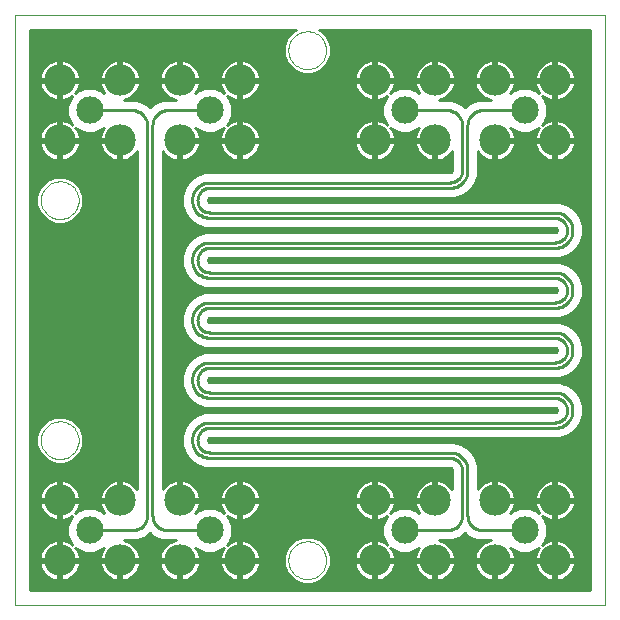
<source format=gtl>
G75*
%MOIN*%
%OFA0B0*%
%FSLAX24Y24*%
%IPPOS*%
%LPD*%
%AMOC8*
5,1,8,0,0,1.08239X$1,22.5*
%
%ADD10C,0.0000*%
%ADD11C,0.0915*%
%ADD12C,0.1050*%
%ADD13C,0.0100*%
%ADD14C,0.0356*%
D10*
X000100Y000100D02*
X000100Y019785D01*
X019785Y019785D01*
X019785Y000100D01*
X000100Y000100D01*
X000970Y005600D02*
X000972Y005650D01*
X000978Y005700D01*
X000988Y005749D01*
X001002Y005797D01*
X001019Y005844D01*
X001040Y005889D01*
X001065Y005933D01*
X001093Y005974D01*
X001125Y006013D01*
X001159Y006050D01*
X001196Y006084D01*
X001236Y006114D01*
X001278Y006141D01*
X001322Y006165D01*
X001368Y006186D01*
X001415Y006202D01*
X001463Y006215D01*
X001513Y006224D01*
X001562Y006229D01*
X001613Y006230D01*
X001663Y006227D01*
X001712Y006220D01*
X001761Y006209D01*
X001809Y006194D01*
X001855Y006176D01*
X001900Y006154D01*
X001943Y006128D01*
X001984Y006099D01*
X002023Y006067D01*
X002059Y006032D01*
X002091Y005994D01*
X002121Y005954D01*
X002148Y005911D01*
X002171Y005867D01*
X002190Y005821D01*
X002206Y005773D01*
X002218Y005724D01*
X002226Y005675D01*
X002230Y005625D01*
X002230Y005575D01*
X002226Y005525D01*
X002218Y005476D01*
X002206Y005427D01*
X002190Y005379D01*
X002171Y005333D01*
X002148Y005289D01*
X002121Y005246D01*
X002091Y005206D01*
X002059Y005168D01*
X002023Y005133D01*
X001984Y005101D01*
X001943Y005072D01*
X001900Y005046D01*
X001855Y005024D01*
X001809Y005006D01*
X001761Y004991D01*
X001712Y004980D01*
X001663Y004973D01*
X001613Y004970D01*
X001562Y004971D01*
X001513Y004976D01*
X001463Y004985D01*
X001415Y004998D01*
X001368Y005014D01*
X001322Y005035D01*
X001278Y005059D01*
X001236Y005086D01*
X001196Y005116D01*
X001159Y005150D01*
X001125Y005187D01*
X001093Y005226D01*
X001065Y005267D01*
X001040Y005311D01*
X001019Y005356D01*
X001002Y005403D01*
X000988Y005451D01*
X000978Y005500D01*
X000972Y005550D01*
X000970Y005600D01*
X000970Y013600D02*
X000972Y013650D01*
X000978Y013700D01*
X000988Y013749D01*
X001002Y013797D01*
X001019Y013844D01*
X001040Y013889D01*
X001065Y013933D01*
X001093Y013974D01*
X001125Y014013D01*
X001159Y014050D01*
X001196Y014084D01*
X001236Y014114D01*
X001278Y014141D01*
X001322Y014165D01*
X001368Y014186D01*
X001415Y014202D01*
X001463Y014215D01*
X001513Y014224D01*
X001562Y014229D01*
X001613Y014230D01*
X001663Y014227D01*
X001712Y014220D01*
X001761Y014209D01*
X001809Y014194D01*
X001855Y014176D01*
X001900Y014154D01*
X001943Y014128D01*
X001984Y014099D01*
X002023Y014067D01*
X002059Y014032D01*
X002091Y013994D01*
X002121Y013954D01*
X002148Y013911D01*
X002171Y013867D01*
X002190Y013821D01*
X002206Y013773D01*
X002218Y013724D01*
X002226Y013675D01*
X002230Y013625D01*
X002230Y013575D01*
X002226Y013525D01*
X002218Y013476D01*
X002206Y013427D01*
X002190Y013379D01*
X002171Y013333D01*
X002148Y013289D01*
X002121Y013246D01*
X002091Y013206D01*
X002059Y013168D01*
X002023Y013133D01*
X001984Y013101D01*
X001943Y013072D01*
X001900Y013046D01*
X001855Y013024D01*
X001809Y013006D01*
X001761Y012991D01*
X001712Y012980D01*
X001663Y012973D01*
X001613Y012970D01*
X001562Y012971D01*
X001513Y012976D01*
X001463Y012985D01*
X001415Y012998D01*
X001368Y013014D01*
X001322Y013035D01*
X001278Y013059D01*
X001236Y013086D01*
X001196Y013116D01*
X001159Y013150D01*
X001125Y013187D01*
X001093Y013226D01*
X001065Y013267D01*
X001040Y013311D01*
X001019Y013356D01*
X001002Y013403D01*
X000988Y013451D01*
X000978Y013500D01*
X000972Y013550D01*
X000970Y013600D01*
X009220Y018600D02*
X009222Y018650D01*
X009228Y018700D01*
X009238Y018749D01*
X009252Y018797D01*
X009269Y018844D01*
X009290Y018889D01*
X009315Y018933D01*
X009343Y018974D01*
X009375Y019013D01*
X009409Y019050D01*
X009446Y019084D01*
X009486Y019114D01*
X009528Y019141D01*
X009572Y019165D01*
X009618Y019186D01*
X009665Y019202D01*
X009713Y019215D01*
X009763Y019224D01*
X009812Y019229D01*
X009863Y019230D01*
X009913Y019227D01*
X009962Y019220D01*
X010011Y019209D01*
X010059Y019194D01*
X010105Y019176D01*
X010150Y019154D01*
X010193Y019128D01*
X010234Y019099D01*
X010273Y019067D01*
X010309Y019032D01*
X010341Y018994D01*
X010371Y018954D01*
X010398Y018911D01*
X010421Y018867D01*
X010440Y018821D01*
X010456Y018773D01*
X010468Y018724D01*
X010476Y018675D01*
X010480Y018625D01*
X010480Y018575D01*
X010476Y018525D01*
X010468Y018476D01*
X010456Y018427D01*
X010440Y018379D01*
X010421Y018333D01*
X010398Y018289D01*
X010371Y018246D01*
X010341Y018206D01*
X010309Y018168D01*
X010273Y018133D01*
X010234Y018101D01*
X010193Y018072D01*
X010150Y018046D01*
X010105Y018024D01*
X010059Y018006D01*
X010011Y017991D01*
X009962Y017980D01*
X009913Y017973D01*
X009863Y017970D01*
X009812Y017971D01*
X009763Y017976D01*
X009713Y017985D01*
X009665Y017998D01*
X009618Y018014D01*
X009572Y018035D01*
X009528Y018059D01*
X009486Y018086D01*
X009446Y018116D01*
X009409Y018150D01*
X009375Y018187D01*
X009343Y018226D01*
X009315Y018267D01*
X009290Y018311D01*
X009269Y018356D01*
X009252Y018403D01*
X009238Y018451D01*
X009228Y018500D01*
X009222Y018550D01*
X009220Y018600D01*
X009220Y001600D02*
X009222Y001650D01*
X009228Y001700D01*
X009238Y001749D01*
X009252Y001797D01*
X009269Y001844D01*
X009290Y001889D01*
X009315Y001933D01*
X009343Y001974D01*
X009375Y002013D01*
X009409Y002050D01*
X009446Y002084D01*
X009486Y002114D01*
X009528Y002141D01*
X009572Y002165D01*
X009618Y002186D01*
X009665Y002202D01*
X009713Y002215D01*
X009763Y002224D01*
X009812Y002229D01*
X009863Y002230D01*
X009913Y002227D01*
X009962Y002220D01*
X010011Y002209D01*
X010059Y002194D01*
X010105Y002176D01*
X010150Y002154D01*
X010193Y002128D01*
X010234Y002099D01*
X010273Y002067D01*
X010309Y002032D01*
X010341Y001994D01*
X010371Y001954D01*
X010398Y001911D01*
X010421Y001867D01*
X010440Y001821D01*
X010456Y001773D01*
X010468Y001724D01*
X010476Y001675D01*
X010480Y001625D01*
X010480Y001575D01*
X010476Y001525D01*
X010468Y001476D01*
X010456Y001427D01*
X010440Y001379D01*
X010421Y001333D01*
X010398Y001289D01*
X010371Y001246D01*
X010341Y001206D01*
X010309Y001168D01*
X010273Y001133D01*
X010234Y001101D01*
X010193Y001072D01*
X010150Y001046D01*
X010105Y001024D01*
X010059Y001006D01*
X010011Y000991D01*
X009962Y000980D01*
X009913Y000973D01*
X009863Y000970D01*
X009812Y000971D01*
X009763Y000976D01*
X009713Y000985D01*
X009665Y000998D01*
X009618Y001014D01*
X009572Y001035D01*
X009528Y001059D01*
X009486Y001086D01*
X009446Y001116D01*
X009409Y001150D01*
X009375Y001187D01*
X009343Y001226D01*
X009315Y001267D01*
X009290Y001311D01*
X009269Y001356D01*
X009252Y001403D01*
X009238Y001451D01*
X009228Y001500D01*
X009222Y001550D01*
X009220Y001600D01*
D11*
X006600Y002600D03*
X002600Y002600D03*
X013100Y002600D03*
X017100Y002600D03*
X017100Y016600D03*
X013100Y016600D03*
X006600Y016600D03*
X002600Y016600D03*
D12*
X001596Y015596D03*
X001596Y017604D03*
X003604Y017604D03*
X005596Y017604D03*
X005596Y015596D03*
X003604Y015596D03*
X007604Y015596D03*
X007604Y017604D03*
X012096Y017604D03*
X012096Y015596D03*
X014104Y015596D03*
X016096Y015596D03*
X016096Y017604D03*
X014104Y017604D03*
X018104Y017604D03*
X018104Y015596D03*
X018104Y003604D03*
X018104Y001596D03*
X016096Y001596D03*
X014104Y001596D03*
X014104Y003604D03*
X016096Y003604D03*
X012096Y003604D03*
X012096Y001596D03*
X007604Y001596D03*
X007604Y003604D03*
X005596Y003604D03*
X003604Y003604D03*
X003604Y001596D03*
X005596Y001596D03*
X001596Y001596D03*
X001596Y003604D03*
D13*
X001546Y003646D02*
X000600Y003646D01*
X000600Y003548D02*
X000923Y003548D01*
X000922Y003554D02*
X000933Y003472D01*
X000956Y003386D01*
X000989Y003305D01*
X001034Y003228D01*
X001088Y003158D01*
X001150Y003095D01*
X001220Y003041D01*
X001297Y002997D01*
X001379Y002963D01*
X001464Y002940D01*
X001546Y002930D01*
X001546Y003554D01*
X000922Y003554D01*
X000922Y003654D02*
X001546Y003654D01*
X001546Y004278D01*
X001464Y004267D01*
X001379Y004244D01*
X001297Y004211D01*
X001220Y004166D01*
X001150Y004112D01*
X001088Y004050D01*
X001034Y003980D01*
X000989Y003903D01*
X000956Y003821D01*
X000933Y003736D01*
X000922Y003654D01*
X000935Y003745D02*
X000600Y003745D01*
X000600Y003843D02*
X000965Y003843D01*
X001012Y003942D02*
X000600Y003942D01*
X000600Y004040D02*
X001080Y004040D01*
X001184Y004139D02*
X000600Y004139D01*
X000600Y004237D02*
X001361Y004237D01*
X001546Y004237D02*
X001646Y004237D01*
X001646Y004278D02*
X001646Y003654D01*
X001546Y003654D01*
X001546Y003554D01*
X001646Y003554D01*
X001646Y002930D01*
X001728Y002940D01*
X001814Y002963D01*
X001895Y002997D01*
X001972Y003041D01*
X002024Y003082D01*
X001966Y003024D01*
X001852Y002749D01*
X001852Y002451D01*
X001966Y002176D01*
X002024Y002118D01*
X001972Y002159D01*
X001895Y002203D01*
X001814Y002237D01*
X001728Y002260D01*
X001646Y002270D01*
X001646Y001646D01*
X002270Y001646D01*
X002260Y001728D01*
X002237Y001814D01*
X002203Y001895D01*
X002159Y001972D01*
X002118Y002024D01*
X002176Y001966D01*
X002451Y001852D01*
X002749Y001852D01*
X003024Y001966D01*
X003082Y002024D01*
X003041Y001972D01*
X002997Y001895D01*
X002963Y001814D01*
X002940Y001728D01*
X002930Y001646D01*
X003554Y001646D01*
X003554Y001546D01*
X003654Y001546D01*
X003654Y001646D01*
X004278Y001646D01*
X004267Y001728D01*
X004244Y001814D01*
X004211Y001895D01*
X004166Y001972D01*
X004112Y002042D01*
X004050Y002105D01*
X003980Y002159D01*
X003903Y002203D01*
X003821Y002237D01*
X003736Y002260D01*
X003732Y002260D01*
X004177Y002260D01*
X004486Y002388D01*
X004600Y002502D01*
X004714Y002388D01*
X004714Y002388D01*
X005023Y002260D01*
X005468Y002260D01*
X005464Y002260D01*
X005379Y002237D01*
X005297Y002203D01*
X005220Y002159D01*
X005150Y002105D01*
X005088Y002042D01*
X005034Y001972D01*
X004989Y001895D01*
X004956Y001814D01*
X004933Y001728D01*
X004922Y001646D01*
X005546Y001646D01*
X005546Y001546D01*
X005646Y001546D01*
X005646Y000922D01*
X005728Y000933D01*
X005814Y000956D01*
X005895Y000989D01*
X005972Y001034D01*
X006042Y001088D01*
X006105Y001150D01*
X006159Y001220D01*
X006203Y001297D01*
X006237Y001379D01*
X006260Y001464D01*
X006270Y001546D01*
X005646Y001546D01*
X005646Y001646D01*
X006270Y001646D01*
X006260Y001728D01*
X006237Y001814D01*
X006203Y001895D01*
X006159Y001972D01*
X006118Y002024D01*
X006176Y001966D01*
X006451Y001852D01*
X006749Y001852D01*
X007024Y001966D01*
X007082Y002024D01*
X007041Y001972D01*
X006997Y001895D01*
X006963Y001814D01*
X006940Y001728D01*
X006930Y001646D01*
X007554Y001646D01*
X007554Y001546D01*
X007654Y001546D01*
X007654Y001646D01*
X008278Y001646D01*
X008267Y001728D01*
X008244Y001814D01*
X008211Y001895D01*
X008166Y001972D01*
X008112Y002042D01*
X008050Y002105D01*
X007980Y002159D01*
X007903Y002203D01*
X007821Y002237D01*
X007736Y002260D01*
X007654Y002270D01*
X007654Y001646D01*
X007554Y001646D01*
X007554Y002270D01*
X007472Y002260D01*
X007386Y002237D01*
X007305Y002203D01*
X007228Y002159D01*
X007176Y002118D01*
X007234Y002176D01*
X007348Y002451D01*
X007348Y002749D01*
X007234Y003024D01*
X007176Y003082D01*
X007228Y003041D01*
X007305Y002997D01*
X007386Y002963D01*
X007472Y002940D01*
X007554Y002930D01*
X007554Y003554D01*
X006930Y003554D01*
X006940Y003472D01*
X006963Y003386D01*
X006997Y003305D01*
X007041Y003228D01*
X007082Y003176D01*
X007024Y003234D01*
X006749Y003348D01*
X006451Y003348D01*
X006176Y003234D01*
X006118Y003176D01*
X006159Y003228D01*
X006203Y003305D01*
X006237Y003386D01*
X006260Y003472D01*
X006270Y003554D01*
X005646Y003554D01*
X005646Y003654D01*
X005546Y003654D01*
X005546Y004278D01*
X005464Y004267D01*
X005379Y004244D01*
X005297Y004211D01*
X005220Y004166D01*
X005150Y004112D01*
X005088Y004050D01*
X005034Y003980D01*
X005030Y003973D01*
X005030Y015227D01*
X005034Y015220D01*
X005088Y015150D01*
X005150Y015088D01*
X005220Y015034D01*
X005297Y014989D01*
X005379Y014956D01*
X005464Y014933D01*
X005546Y014922D01*
X005546Y015546D01*
X005646Y015546D01*
X005646Y014922D01*
X005728Y014933D01*
X005814Y014956D01*
X005895Y014989D01*
X005972Y015034D01*
X006042Y015088D01*
X006105Y015150D01*
X006159Y015220D01*
X006203Y015297D01*
X006237Y015379D01*
X006260Y015464D01*
X006270Y015546D01*
X005646Y015546D01*
X005646Y015646D01*
X006270Y015646D01*
X006260Y015728D01*
X006237Y015814D01*
X006203Y015895D01*
X006159Y015972D01*
X006118Y016024D01*
X006176Y015966D01*
X006451Y015852D01*
X006749Y015852D01*
X007024Y015966D01*
X007082Y016024D01*
X007041Y015972D01*
X006997Y015895D01*
X006963Y015814D01*
X006940Y015728D01*
X006930Y015646D01*
X007554Y015646D01*
X007554Y015546D01*
X007654Y015546D01*
X007654Y015646D01*
X008278Y015646D01*
X008267Y015728D01*
X008244Y015814D01*
X008211Y015895D01*
X008166Y015972D01*
X008112Y016042D01*
X008050Y016105D01*
X007980Y016159D01*
X007903Y016203D01*
X007821Y016237D01*
X007736Y016260D01*
X007654Y016270D01*
X007654Y015646D01*
X007554Y015646D01*
X007554Y016270D01*
X007472Y016260D01*
X007386Y016237D01*
X007305Y016203D01*
X007228Y016159D01*
X007176Y016118D01*
X007234Y016176D01*
X007348Y016451D01*
X012352Y016451D01*
X012466Y016176D01*
X012524Y016118D01*
X012472Y016159D01*
X012395Y016203D01*
X012314Y016237D01*
X012228Y016260D01*
X012146Y016270D01*
X012146Y015646D01*
X012770Y015646D01*
X012760Y015728D01*
X012737Y015814D01*
X012703Y015895D01*
X012659Y015972D01*
X012618Y016024D01*
X012676Y015966D01*
X012951Y015852D01*
X013249Y015852D01*
X013524Y015966D01*
X013582Y016024D01*
X013541Y015972D01*
X013497Y015895D01*
X013463Y015814D01*
X013440Y015728D01*
X013430Y015646D01*
X014054Y015646D01*
X014054Y015546D01*
X014154Y015546D01*
X014154Y014922D01*
X014236Y014933D01*
X014321Y014956D01*
X014403Y014989D01*
X014480Y015034D01*
X014550Y015088D01*
X014612Y015150D01*
X014666Y015220D01*
X014670Y015227D01*
X014670Y014600D01*
X014669Y014586D01*
X014658Y014561D01*
X014639Y014542D01*
X014614Y014531D01*
X014600Y014530D01*
X006453Y014530D01*
X006173Y014439D01*
X006173Y014439D01*
X005934Y014266D01*
X005761Y014027D01*
X005670Y013747D01*
X005670Y013453D01*
X005761Y013173D01*
X005761Y013173D01*
X005934Y012934D01*
X006173Y012761D01*
X006453Y012670D01*
X018100Y012670D01*
X018114Y012669D01*
X018139Y012658D01*
X018158Y012639D01*
X018169Y012614D01*
X018170Y012600D01*
X018169Y012586D01*
X018158Y012561D01*
X018139Y012542D01*
X018114Y012531D01*
X018100Y012530D01*
X006453Y012530D01*
X006173Y012439D01*
X006173Y012439D01*
X005934Y012266D01*
X005934Y012266D01*
X005934Y012266D01*
X005761Y012027D01*
X005670Y011747D01*
X005670Y011453D01*
X005761Y011173D01*
X005934Y010934D01*
X006173Y010761D01*
X006453Y010670D01*
X018100Y010670D01*
X018114Y010669D01*
X018139Y010658D01*
X018158Y010639D01*
X018169Y010614D01*
X018170Y010600D01*
X018169Y010586D01*
X018158Y010561D01*
X018139Y010542D01*
X018114Y010531D01*
X018100Y010530D01*
X006453Y010530D01*
X006173Y010439D01*
X006173Y010439D01*
X005934Y010266D01*
X005934Y010266D01*
X005934Y010266D01*
X005761Y010027D01*
X005670Y009747D01*
X005670Y009453D01*
X005761Y009173D01*
X005761Y009173D01*
X005934Y008934D01*
X006173Y008761D01*
X006453Y008670D01*
X018100Y008670D01*
X018114Y008669D01*
X018139Y008658D01*
X018158Y008639D01*
X018169Y008614D01*
X018170Y008600D01*
X018169Y008586D01*
X018158Y008561D01*
X018139Y008542D01*
X018114Y008531D01*
X018100Y008530D01*
X006453Y008530D01*
X006173Y008439D01*
X006173Y008439D01*
X005934Y008266D01*
X005934Y008266D01*
X005934Y008266D01*
X005761Y008027D01*
X005670Y007747D01*
X005670Y007453D01*
X005761Y007173D01*
X005761Y007173D01*
X005934Y006934D01*
X006173Y006761D01*
X006453Y006670D01*
X018100Y006670D01*
X018114Y006669D01*
X018139Y006658D01*
X018158Y006639D01*
X018169Y006614D01*
X018170Y006600D01*
X018169Y006586D01*
X018158Y006561D01*
X018139Y006542D01*
X018114Y006531D01*
X018100Y006530D01*
X006453Y006530D01*
X006173Y006439D01*
X006173Y006439D01*
X005934Y006266D01*
X005934Y006266D01*
X005934Y006266D01*
X005761Y006027D01*
X005670Y005747D01*
X005670Y005453D01*
X005761Y005173D01*
X005761Y005173D01*
X005934Y004934D01*
X006173Y004761D01*
X006453Y004670D01*
X014600Y004670D01*
X014614Y004669D01*
X014639Y004658D01*
X014658Y004639D01*
X014669Y004614D01*
X014670Y004600D01*
X014670Y003973D01*
X014666Y003980D01*
X014612Y004050D01*
X014550Y004112D01*
X014480Y004166D01*
X014403Y004211D01*
X014321Y004244D01*
X014236Y004267D01*
X014154Y004278D01*
X014154Y003654D01*
X014054Y003654D01*
X014054Y004278D01*
X013972Y004267D01*
X013886Y004244D01*
X013805Y004211D01*
X013728Y004166D01*
X013658Y004112D01*
X013595Y004050D01*
X013541Y003980D01*
X013497Y003903D01*
X013463Y003821D01*
X013440Y003736D01*
X013430Y003654D01*
X014054Y003654D01*
X014054Y003554D01*
X013430Y003554D01*
X013440Y003472D01*
X013463Y003386D01*
X013497Y003305D01*
X013541Y003228D01*
X013582Y003176D01*
X013524Y003234D01*
X013249Y003348D01*
X012951Y003348D01*
X012676Y003234D01*
X012618Y003176D01*
X012659Y003228D01*
X012703Y003305D01*
X012737Y003386D01*
X012760Y003472D01*
X012770Y003554D01*
X012146Y003554D01*
X012146Y002930D01*
X012228Y002940D01*
X012314Y002963D01*
X012395Y002997D01*
X012472Y003041D01*
X012524Y003082D01*
X012466Y003024D01*
X012352Y002749D01*
X012352Y002451D01*
X012466Y002176D01*
X012524Y002118D01*
X012472Y002159D01*
X012395Y002203D01*
X012314Y002237D01*
X012228Y002260D01*
X012146Y002270D01*
X012146Y001646D01*
X012770Y001646D01*
X012760Y001728D01*
X012737Y001814D01*
X012703Y001895D01*
X012659Y001972D01*
X012618Y002024D01*
X012676Y001966D01*
X012951Y001852D01*
X013249Y001852D01*
X013524Y001966D01*
X013582Y002024D01*
X013541Y001972D01*
X013497Y001895D01*
X013463Y001814D01*
X013440Y001728D01*
X013430Y001646D01*
X014054Y001646D01*
X014054Y001546D01*
X014154Y001546D01*
X014154Y001646D01*
X014778Y001646D01*
X014767Y001728D01*
X014744Y001814D01*
X014711Y001895D01*
X014666Y001972D01*
X014612Y002042D01*
X014550Y002105D01*
X014480Y002159D01*
X014403Y002203D01*
X014321Y002237D01*
X014236Y002260D01*
X014232Y002260D01*
X014677Y002260D01*
X014986Y002388D01*
X015100Y002502D01*
X015214Y002388D01*
X015214Y002388D01*
X015523Y002260D01*
X015968Y002260D01*
X015964Y002260D01*
X015879Y002237D01*
X015797Y002203D01*
X015720Y002159D01*
X015650Y002105D01*
X015588Y002042D01*
X015534Y001972D01*
X015489Y001895D01*
X015456Y001814D01*
X015433Y001728D01*
X015422Y001646D01*
X016046Y001646D01*
X016046Y001546D01*
X016146Y001546D01*
X016146Y000922D01*
X016228Y000933D01*
X016314Y000956D01*
X016395Y000989D01*
X016472Y001034D01*
X016542Y001088D01*
X016605Y001150D01*
X016659Y001220D01*
X016703Y001297D01*
X016737Y001379D01*
X016760Y001464D01*
X016770Y001546D01*
X016146Y001546D01*
X016146Y001646D01*
X016770Y001646D01*
X016760Y001728D01*
X016737Y001814D01*
X016703Y001895D01*
X016659Y001972D01*
X016618Y002024D01*
X016676Y001966D01*
X016951Y001852D01*
X017249Y001852D01*
X017524Y001966D01*
X017582Y002024D01*
X017541Y001972D01*
X017497Y001895D01*
X017463Y001814D01*
X017440Y001728D01*
X017430Y001646D01*
X018054Y001646D01*
X018054Y001546D01*
X018154Y001546D01*
X018154Y001646D01*
X018778Y001646D01*
X018767Y001728D01*
X018744Y001814D01*
X018711Y001895D01*
X018666Y001972D01*
X018612Y002042D01*
X018550Y002105D01*
X018480Y002159D01*
X018403Y002203D01*
X018321Y002237D01*
X018236Y002260D01*
X018154Y002270D01*
X018154Y001646D01*
X018054Y001646D01*
X018054Y002270D01*
X017972Y002260D01*
X017886Y002237D01*
X017805Y002203D01*
X017728Y002159D01*
X017676Y002118D01*
X017734Y002176D01*
X017848Y002451D01*
X017848Y002749D01*
X017734Y003024D01*
X017676Y003082D01*
X017728Y003041D01*
X017805Y002997D01*
X017886Y002963D01*
X017972Y002940D01*
X018054Y002930D01*
X018054Y003554D01*
X017430Y003554D01*
X017440Y003472D01*
X017463Y003386D01*
X017497Y003305D01*
X017541Y003228D01*
X017582Y003176D01*
X017524Y003234D01*
X017249Y003348D01*
X016951Y003348D01*
X016676Y003234D01*
X016618Y003176D01*
X016659Y003228D01*
X016703Y003305D01*
X016737Y003386D01*
X016760Y003472D01*
X016770Y003554D01*
X016146Y003554D01*
X016146Y003654D01*
X016046Y003654D01*
X016046Y004278D01*
X015964Y004267D01*
X015879Y004244D01*
X015797Y004211D01*
X015720Y004166D01*
X015650Y004112D01*
X015588Y004050D01*
X015534Y003980D01*
X015530Y003973D01*
X015530Y004747D01*
X015439Y005027D01*
X015266Y005266D01*
X015027Y005439D01*
X014747Y005530D01*
X006600Y005530D01*
X006586Y005531D01*
X006561Y005542D01*
X006542Y005561D01*
X006531Y005586D01*
X006530Y005600D01*
X006531Y005614D01*
X006542Y005639D01*
X006561Y005658D01*
X006586Y005669D01*
X006600Y005670D01*
X018247Y005670D01*
X018527Y005761D01*
X018527Y005761D01*
X018766Y005934D01*
X018766Y005934D01*
X018766Y005934D01*
X018939Y006173D01*
X019030Y006453D01*
X019030Y006747D01*
X018939Y007027D01*
X018939Y007027D01*
X018766Y007266D01*
X018766Y007266D01*
X018527Y007439D01*
X018247Y007530D01*
X006600Y007530D01*
X006586Y007531D01*
X006561Y007542D01*
X006542Y007561D01*
X006531Y007586D01*
X019285Y007586D01*
X019285Y007488D02*
X018378Y007488D01*
X018527Y007439D02*
X018527Y007439D01*
X018596Y007389D02*
X019285Y007389D01*
X019285Y007291D02*
X018732Y007291D01*
X018819Y007192D02*
X019285Y007192D01*
X019285Y007094D02*
X018891Y007094D01*
X018950Y006995D02*
X019285Y006995D01*
X019285Y006897D02*
X018982Y006897D01*
X019014Y006798D02*
X019285Y006798D01*
X019285Y006700D02*
X019030Y006700D01*
X019030Y006601D02*
X019285Y006601D01*
X019285Y006503D02*
X019030Y006503D01*
X019014Y006404D02*
X019285Y006404D01*
X019285Y006306D02*
X018982Y006306D01*
X018950Y006207D02*
X019285Y006207D01*
X019285Y006109D02*
X018892Y006109D01*
X018939Y006173D02*
X018939Y006173D01*
X018821Y006010D02*
X019285Y006010D01*
X019285Y005912D02*
X018735Y005912D01*
X018599Y005813D02*
X019285Y005813D01*
X019285Y005715D02*
X018384Y005715D01*
X018100Y006010D02*
X006600Y006010D01*
X006600Y006190D02*
X018100Y006190D01*
X018690Y006600D02*
X018688Y006646D01*
X018683Y006692D01*
X018674Y006738D01*
X018661Y006782D01*
X018645Y006826D01*
X018626Y006868D01*
X018603Y006908D01*
X018577Y006947D01*
X018549Y006983D01*
X018517Y007017D01*
X018483Y007049D01*
X018447Y007077D01*
X018408Y007103D01*
X018368Y007126D01*
X018326Y007145D01*
X018282Y007161D01*
X018238Y007174D01*
X018192Y007183D01*
X018146Y007188D01*
X018100Y007190D01*
X006600Y007190D01*
X006600Y007010D02*
X018100Y007010D01*
X018690Y006600D02*
X018688Y006554D01*
X018683Y006508D01*
X018674Y006462D01*
X018661Y006418D01*
X018645Y006374D01*
X018626Y006332D01*
X018603Y006292D01*
X018577Y006253D01*
X018549Y006217D01*
X018517Y006183D01*
X018483Y006151D01*
X018447Y006123D01*
X018408Y006097D01*
X018368Y006074D01*
X018326Y006055D01*
X018282Y006039D01*
X018238Y006026D01*
X018192Y006017D01*
X018146Y006012D01*
X018100Y006010D01*
X018510Y006600D02*
X018508Y006638D01*
X018503Y006675D01*
X018494Y006712D01*
X018482Y006748D01*
X018467Y006783D01*
X018449Y006816D01*
X018427Y006847D01*
X018403Y006876D01*
X018376Y006903D01*
X018347Y006927D01*
X018316Y006949D01*
X018283Y006967D01*
X018248Y006982D01*
X018212Y006994D01*
X018175Y007003D01*
X018138Y007008D01*
X018100Y007010D01*
X018510Y006600D02*
X018508Y006562D01*
X018503Y006525D01*
X018494Y006488D01*
X018482Y006452D01*
X018467Y006417D01*
X018449Y006384D01*
X018427Y006353D01*
X018403Y006324D01*
X018376Y006297D01*
X018347Y006273D01*
X018316Y006251D01*
X018283Y006233D01*
X018248Y006218D01*
X018212Y006206D01*
X018175Y006197D01*
X018138Y006192D01*
X018100Y006190D01*
X018170Y006601D02*
X005030Y006601D01*
X005030Y006503D02*
X006368Y006503D01*
X006362Y006700D02*
X005030Y006700D01*
X005030Y006798D02*
X006122Y006798D01*
X006173Y006761D02*
X006173Y006761D01*
X005986Y006897D02*
X005030Y006897D01*
X005030Y006995D02*
X005890Y006995D01*
X005934Y006934D02*
X005934Y006934D01*
X005934Y006934D01*
X005818Y007094D02*
X005030Y007094D01*
X005030Y007192D02*
X005755Y007192D01*
X005723Y007291D02*
X005030Y007291D01*
X005030Y007389D02*
X005691Y007389D01*
X005670Y007488D02*
X005030Y007488D01*
X005030Y007586D02*
X005670Y007586D01*
X005670Y007685D02*
X005030Y007685D01*
X005030Y007783D02*
X005682Y007783D01*
X005714Y007882D02*
X005030Y007882D01*
X005030Y007980D02*
X005746Y007980D01*
X005761Y008027D02*
X005761Y008027D01*
X005798Y008079D02*
X005030Y008079D01*
X005030Y008177D02*
X005870Y008177D01*
X005948Y008276D02*
X005030Y008276D01*
X005030Y008374D02*
X006083Y008374D01*
X006276Y008473D02*
X005030Y008473D01*
X005030Y008571D02*
X018162Y008571D01*
X018690Y008600D02*
X018688Y008646D01*
X018683Y008692D01*
X018674Y008738D01*
X018661Y008782D01*
X018645Y008826D01*
X018626Y008868D01*
X018603Y008908D01*
X018577Y008947D01*
X018549Y008983D01*
X018517Y009017D01*
X018483Y009049D01*
X018447Y009077D01*
X018408Y009103D01*
X018368Y009126D01*
X018326Y009145D01*
X018282Y009161D01*
X018238Y009174D01*
X018192Y009183D01*
X018146Y009188D01*
X018100Y009190D01*
X006600Y009190D01*
X006600Y009010D02*
X018100Y009010D01*
X018105Y008670D02*
X005030Y008670D01*
X005030Y008768D02*
X006163Y008768D01*
X006173Y008761D02*
X006173Y008761D01*
X006027Y008867D02*
X005030Y008867D01*
X005030Y008965D02*
X005912Y008965D01*
X005934Y008934D02*
X005934Y008934D01*
X005840Y009064D02*
X005030Y009064D01*
X005030Y009162D02*
X005769Y009162D01*
X005732Y009261D02*
X005030Y009261D01*
X005030Y009359D02*
X005700Y009359D01*
X005670Y009458D02*
X005030Y009458D01*
X005030Y009556D02*
X005670Y009556D01*
X005670Y009655D02*
X005030Y009655D01*
X005030Y009753D02*
X005672Y009753D01*
X005704Y009852D02*
X005030Y009852D01*
X005030Y009950D02*
X005736Y009950D01*
X005761Y010027D02*
X005761Y010027D01*
X005776Y010049D02*
X005030Y010049D01*
X005030Y010147D02*
X005848Y010147D01*
X005919Y010246D02*
X005030Y010246D01*
X005030Y010344D02*
X006042Y010344D01*
X006183Y010443D02*
X005030Y010443D01*
X005030Y010541D02*
X018137Y010541D01*
X018690Y010600D02*
X018688Y010646D01*
X018683Y010692D01*
X018674Y010738D01*
X018661Y010782D01*
X018645Y010826D01*
X018626Y010868D01*
X018603Y010908D01*
X018577Y010947D01*
X018549Y010983D01*
X018517Y011017D01*
X018483Y011049D01*
X018447Y011077D01*
X018408Y011103D01*
X018368Y011126D01*
X018326Y011145D01*
X018282Y011161D01*
X018238Y011174D01*
X018192Y011183D01*
X018146Y011188D01*
X018100Y011190D01*
X006600Y011190D01*
X006600Y011010D02*
X018100Y011010D01*
X018158Y010640D02*
X005030Y010640D01*
X005030Y010738D02*
X006243Y010738D01*
X006069Y010837D02*
X005030Y010837D01*
X005030Y010935D02*
X005934Y010935D01*
X005934Y010934D02*
X005934Y010934D01*
X005862Y011034D02*
X005030Y011034D01*
X005030Y011132D02*
X005790Y011132D01*
X005742Y011231D02*
X005030Y011231D01*
X005030Y011329D02*
X005710Y011329D01*
X005678Y011428D02*
X005030Y011428D01*
X005030Y011526D02*
X005670Y011526D01*
X005670Y011453D02*
X005670Y011453D01*
X005670Y011625D02*
X005030Y011625D01*
X005030Y011723D02*
X005670Y011723D01*
X005694Y011822D02*
X005030Y011822D01*
X005030Y011920D02*
X005726Y011920D01*
X005758Y012019D02*
X005030Y012019D01*
X005030Y012117D02*
X005826Y012117D01*
X005761Y012027D02*
X005761Y012027D01*
X005898Y012216D02*
X005030Y012216D01*
X005030Y012314D02*
X006001Y012314D01*
X006136Y012413D02*
X005030Y012413D01*
X005030Y012511D02*
X006394Y012511D01*
X006336Y012708D02*
X005030Y012708D01*
X005030Y012610D02*
X018169Y012610D01*
X018690Y012600D02*
X018688Y012646D01*
X018683Y012692D01*
X018674Y012738D01*
X018661Y012782D01*
X018645Y012826D01*
X018626Y012868D01*
X018603Y012908D01*
X018577Y012947D01*
X018549Y012983D01*
X018517Y013017D01*
X018483Y013049D01*
X018447Y013077D01*
X018408Y013103D01*
X018368Y013126D01*
X018326Y013145D01*
X018282Y013161D01*
X018238Y013174D01*
X018192Y013183D01*
X018146Y013188D01*
X018100Y013190D01*
X006600Y013190D01*
X006600Y013010D02*
X018100Y013010D01*
X018690Y012600D02*
X018688Y012554D01*
X018683Y012508D01*
X018674Y012462D01*
X018661Y012418D01*
X018645Y012374D01*
X018626Y012332D01*
X018603Y012292D01*
X018577Y012253D01*
X018549Y012217D01*
X018517Y012183D01*
X018483Y012151D01*
X018447Y012123D01*
X018408Y012097D01*
X018368Y012074D01*
X018326Y012055D01*
X018282Y012039D01*
X018238Y012026D01*
X018192Y012017D01*
X018146Y012012D01*
X018100Y012010D01*
X006600Y012010D01*
X006600Y012190D02*
X018100Y012190D01*
X018510Y012600D02*
X018508Y012638D01*
X018503Y012675D01*
X018494Y012712D01*
X018482Y012748D01*
X018467Y012783D01*
X018449Y012816D01*
X018427Y012847D01*
X018403Y012876D01*
X018376Y012903D01*
X018347Y012927D01*
X018316Y012949D01*
X018283Y012967D01*
X018248Y012982D01*
X018212Y012994D01*
X018175Y013003D01*
X018138Y013008D01*
X018100Y013010D01*
X018510Y012600D02*
X018508Y012562D01*
X018503Y012525D01*
X018494Y012488D01*
X018482Y012452D01*
X018467Y012417D01*
X018449Y012384D01*
X018427Y012353D01*
X018403Y012324D01*
X018376Y012297D01*
X018347Y012273D01*
X018316Y012251D01*
X018283Y012233D01*
X018248Y012218D01*
X018212Y012206D01*
X018175Y012197D01*
X018138Y012192D01*
X018100Y012190D01*
X018247Y011670D02*
X018527Y011761D01*
X018527Y011761D01*
X018766Y011934D01*
X018766Y011934D01*
X018766Y011934D01*
X018939Y012173D01*
X019030Y012453D01*
X019030Y012747D01*
X018939Y013027D01*
X018939Y013027D01*
X018766Y013266D01*
X018766Y013266D01*
X018766Y013266D01*
X018527Y013439D01*
X018247Y013530D01*
X006600Y013530D01*
X006586Y013531D01*
X006561Y013542D01*
X006542Y013561D01*
X006531Y013586D01*
X006530Y013600D01*
X006530Y013600D01*
X006531Y013614D01*
X006542Y013639D01*
X006561Y013658D01*
X006586Y013669D01*
X006600Y013670D01*
X014747Y013670D01*
X015027Y013761D01*
X015027Y013761D01*
X015266Y013934D01*
X015266Y013934D01*
X015266Y013934D01*
X015439Y014173D01*
X015530Y014453D01*
X015530Y015227D01*
X015534Y015220D01*
X015588Y015150D01*
X015650Y015088D01*
X015720Y015034D01*
X015797Y014989D01*
X015879Y014956D01*
X015964Y014933D01*
X016046Y014922D01*
X016046Y015546D01*
X016146Y015546D01*
X016146Y014922D01*
X016228Y014933D01*
X016314Y014956D01*
X016395Y014989D01*
X016472Y015034D01*
X016542Y015088D01*
X016605Y015150D01*
X016659Y015220D01*
X016703Y015297D01*
X016737Y015379D01*
X016760Y015464D01*
X016770Y015546D01*
X016146Y015546D01*
X016146Y015646D01*
X016770Y015646D01*
X016760Y015728D01*
X016737Y015814D01*
X016703Y015895D01*
X016659Y015972D01*
X016618Y016024D01*
X016676Y015966D01*
X016951Y015852D01*
X017249Y015852D01*
X017524Y015966D01*
X017582Y016024D01*
X017541Y015972D01*
X017497Y015895D01*
X017463Y015814D01*
X017440Y015728D01*
X017430Y015646D01*
X018054Y015646D01*
X018054Y015546D01*
X018154Y015546D01*
X018154Y015646D01*
X018778Y015646D01*
X018767Y015728D01*
X018744Y015814D01*
X018711Y015895D01*
X018666Y015972D01*
X018612Y016042D01*
X018550Y016105D01*
X018480Y016159D01*
X018403Y016203D01*
X018321Y016237D01*
X018236Y016260D01*
X018154Y016270D01*
X018154Y015646D01*
X018054Y015646D01*
X018054Y016270D01*
X017972Y016260D01*
X017886Y016237D01*
X017805Y016203D01*
X017728Y016159D01*
X017676Y016118D01*
X017734Y016176D01*
X017848Y016451D01*
X019285Y016451D01*
X019285Y016353D02*
X017807Y016353D01*
X017848Y016451D02*
X017848Y016749D01*
X017734Y017024D01*
X017676Y017082D01*
X017728Y017041D01*
X017805Y016997D01*
X017886Y016963D01*
X017972Y016940D01*
X018054Y016930D01*
X018054Y017554D01*
X017430Y017554D01*
X017440Y017472D01*
X017463Y017386D01*
X017497Y017305D01*
X017541Y017228D01*
X017582Y017176D01*
X017524Y017234D01*
X017249Y017348D01*
X016951Y017348D01*
X016676Y017234D01*
X016618Y017176D01*
X016659Y017228D01*
X016703Y017305D01*
X016737Y017386D01*
X016760Y017472D01*
X016770Y017554D01*
X016146Y017554D01*
X016146Y017654D01*
X016046Y017654D01*
X016046Y018278D01*
X015964Y018267D01*
X015879Y018244D01*
X015797Y018211D01*
X015720Y018166D01*
X015650Y018112D01*
X015588Y018050D01*
X015534Y017980D01*
X015489Y017903D01*
X015456Y017821D01*
X015433Y017736D01*
X015422Y017654D01*
X016046Y017654D01*
X016046Y017554D01*
X015422Y017554D01*
X015433Y017472D01*
X015456Y017386D01*
X015489Y017305D01*
X015534Y017228D01*
X015588Y017158D01*
X015650Y017095D01*
X015720Y017041D01*
X015797Y016997D01*
X015879Y016963D01*
X015964Y016940D01*
X015968Y016940D01*
X015523Y016940D01*
X015214Y016812D01*
X015100Y016698D01*
X014986Y016812D01*
X014986Y016812D01*
X014677Y016940D01*
X014232Y016940D01*
X014236Y016940D01*
X014321Y016963D01*
X014403Y016997D01*
X014480Y017041D01*
X014550Y017095D01*
X014612Y017158D01*
X014666Y017228D01*
X014711Y017305D01*
X014744Y017386D01*
X014767Y017472D01*
X014778Y017554D01*
X014154Y017554D01*
X014154Y017654D01*
X014054Y017654D01*
X014054Y018278D01*
X013972Y018267D01*
X013886Y018244D01*
X013805Y018211D01*
X013728Y018166D01*
X013658Y018112D01*
X013595Y018050D01*
X013541Y017980D01*
X013497Y017903D01*
X013463Y017821D01*
X013440Y017736D01*
X013430Y017654D01*
X014054Y017654D01*
X014054Y017554D01*
X013430Y017554D01*
X013440Y017472D01*
X013463Y017386D01*
X013497Y017305D01*
X013541Y017228D01*
X013582Y017176D01*
X013524Y017234D01*
X013249Y017348D01*
X012951Y017348D01*
X012676Y017234D01*
X012618Y017176D01*
X012659Y017228D01*
X012703Y017305D01*
X012737Y017386D01*
X012760Y017472D01*
X012770Y017554D01*
X012146Y017554D01*
X012146Y016930D01*
X012228Y016940D01*
X012314Y016963D01*
X012395Y016997D01*
X012472Y017041D01*
X012524Y017082D01*
X012466Y017024D01*
X012352Y016749D01*
X012352Y016451D01*
X012352Y016550D02*
X007348Y016550D01*
X007348Y016648D02*
X012352Y016648D01*
X012352Y016747D02*
X007348Y016747D01*
X007348Y016749D02*
X007234Y017024D01*
X007176Y017082D01*
X007228Y017041D01*
X007305Y016997D01*
X007386Y016963D01*
X007472Y016940D01*
X007554Y016930D01*
X007554Y017554D01*
X006930Y017554D01*
X006940Y017472D01*
X006963Y017386D01*
X006997Y017305D01*
X007041Y017228D01*
X007082Y017176D01*
X007024Y017234D01*
X006749Y017348D01*
X006451Y017348D01*
X006176Y017234D01*
X006118Y017176D01*
X006159Y017228D01*
X006203Y017305D01*
X006237Y017386D01*
X006260Y017472D01*
X006270Y017554D01*
X005646Y017554D01*
X005646Y017654D01*
X005546Y017654D01*
X005546Y018278D01*
X005464Y018267D01*
X005379Y018244D01*
X005297Y018211D01*
X005220Y018166D01*
X005150Y018112D01*
X005088Y018050D01*
X005034Y017980D01*
X004989Y017903D01*
X004956Y017821D01*
X004933Y017736D01*
X004922Y017654D01*
X005546Y017654D01*
X005546Y017554D01*
X004922Y017554D01*
X004933Y017472D01*
X004956Y017386D01*
X004989Y017305D01*
X005034Y017228D01*
X005088Y017158D01*
X005150Y017095D01*
X005220Y017041D01*
X005297Y016997D01*
X005379Y016963D01*
X005464Y016940D01*
X005468Y016940D01*
X005023Y016940D01*
X004714Y016812D01*
X004600Y016698D01*
X004486Y016812D01*
X004486Y016812D01*
X004177Y016940D01*
X003732Y016940D01*
X003736Y016940D01*
X003821Y016963D01*
X003903Y016997D01*
X003980Y017041D01*
X004050Y017095D01*
X004112Y017158D01*
X004166Y017228D01*
X004211Y017305D01*
X004244Y017386D01*
X004267Y017472D01*
X004278Y017554D01*
X003654Y017554D01*
X003654Y017654D01*
X003554Y017654D01*
X003554Y018278D01*
X003472Y018267D01*
X003386Y018244D01*
X003305Y018211D01*
X003228Y018166D01*
X003158Y018112D01*
X003095Y018050D01*
X003041Y017980D01*
X002997Y017903D01*
X002963Y017821D01*
X002940Y017736D01*
X002930Y017654D01*
X003554Y017654D01*
X003554Y017554D01*
X002930Y017554D01*
X002940Y017472D01*
X002963Y017386D01*
X002997Y017305D01*
X003041Y017228D01*
X003082Y017176D01*
X003024Y017234D01*
X002749Y017348D01*
X002451Y017348D01*
X002176Y017234D01*
X002118Y017176D01*
X002159Y017228D01*
X002203Y017305D01*
X002237Y017386D01*
X002260Y017472D01*
X002270Y017554D01*
X001646Y017554D01*
X001646Y016930D01*
X001728Y016940D01*
X001814Y016963D01*
X001895Y016997D01*
X001972Y017041D01*
X002024Y017082D01*
X001966Y017024D01*
X001852Y016749D01*
X001852Y016451D01*
X000600Y016451D01*
X000600Y016353D02*
X001893Y016353D01*
X001852Y016451D02*
X001966Y016176D01*
X002024Y016118D01*
X001972Y016159D01*
X001895Y016203D01*
X001814Y016237D01*
X001728Y016260D01*
X001646Y016270D01*
X001646Y015646D01*
X002270Y015646D01*
X002260Y015728D01*
X002237Y015814D01*
X002203Y015895D01*
X002159Y015972D01*
X002118Y016024D01*
X002176Y015966D01*
X002451Y015852D01*
X002749Y015852D01*
X003024Y015966D01*
X003082Y016024D01*
X003041Y015972D01*
X002997Y015895D01*
X002963Y015814D01*
X002940Y015728D01*
X002930Y015646D01*
X003554Y015646D01*
X003554Y015546D01*
X003654Y015546D01*
X003654Y014922D01*
X003736Y014933D01*
X003821Y014956D01*
X003903Y014989D01*
X003980Y015034D01*
X004050Y015088D01*
X004112Y015150D01*
X004166Y015220D01*
X004170Y015227D01*
X004170Y003973D01*
X004166Y003980D01*
X004112Y004050D01*
X004050Y004112D01*
X003980Y004166D01*
X003903Y004211D01*
X003821Y004244D01*
X003736Y004267D01*
X003654Y004278D01*
X003654Y003654D01*
X003554Y003654D01*
X003554Y004278D01*
X003472Y004267D01*
X003386Y004244D01*
X003305Y004211D01*
X003228Y004166D01*
X003158Y004112D01*
X003095Y004050D01*
X003041Y003980D01*
X002997Y003903D01*
X002963Y003821D01*
X002940Y003736D01*
X002930Y003654D01*
X003554Y003654D01*
X003554Y003554D01*
X002930Y003554D01*
X002940Y003472D01*
X002963Y003386D01*
X002997Y003305D01*
X003041Y003228D01*
X003082Y003176D01*
X003024Y003234D01*
X002749Y003348D01*
X002451Y003348D01*
X002176Y003234D01*
X002118Y003176D01*
X002159Y003228D01*
X002203Y003305D01*
X002237Y003386D01*
X002260Y003472D01*
X002270Y003554D01*
X001646Y003554D01*
X001646Y003654D01*
X002270Y003654D01*
X002260Y003736D01*
X002237Y003821D01*
X002203Y003903D01*
X002159Y003980D01*
X002105Y004050D01*
X002042Y004112D01*
X001972Y004166D01*
X001895Y004211D01*
X001814Y004244D01*
X001728Y004267D01*
X001646Y004278D01*
X001646Y004139D02*
X001546Y004139D01*
X001546Y004040D02*
X001646Y004040D01*
X001646Y003942D02*
X001546Y003942D01*
X001546Y003843D02*
X001646Y003843D01*
X001646Y003745D02*
X001546Y003745D01*
X001646Y003646D02*
X003554Y003646D01*
X003554Y003745D02*
X003654Y003745D01*
X003654Y003843D02*
X003554Y003843D01*
X003554Y003942D02*
X003654Y003942D01*
X003654Y004040D02*
X003554Y004040D01*
X003554Y004139D02*
X003654Y004139D01*
X003654Y004237D02*
X003554Y004237D01*
X003369Y004237D02*
X001831Y004237D01*
X002008Y004139D02*
X003192Y004139D01*
X003088Y004040D02*
X002112Y004040D01*
X002181Y003942D02*
X003019Y003942D01*
X002972Y003843D02*
X002228Y003843D01*
X002257Y003745D02*
X002943Y003745D01*
X002930Y003548D02*
X002270Y003548D01*
X002253Y003449D02*
X002947Y003449D01*
X002978Y003351D02*
X002222Y003351D01*
X002220Y003252D02*
X002172Y003252D01*
X001998Y003055D02*
X001990Y003055D01*
X001938Y002957D02*
X001788Y002957D01*
X001646Y002957D02*
X001546Y002957D01*
X001546Y003055D02*
X001646Y003055D01*
X001646Y003154D02*
X001546Y003154D01*
X001546Y003252D02*
X001646Y003252D01*
X001646Y003351D02*
X001546Y003351D01*
X001546Y003449D02*
X001646Y003449D01*
X001646Y003548D02*
X001546Y003548D01*
X001203Y003055D02*
X000600Y003055D01*
X000600Y002957D02*
X001404Y002957D01*
X001092Y003154D02*
X000600Y003154D01*
X000600Y003252D02*
X001020Y003252D01*
X000970Y003351D02*
X000600Y003351D01*
X000600Y003449D02*
X000939Y003449D01*
X000600Y002858D02*
X001898Y002858D01*
X001857Y002760D02*
X000600Y002760D01*
X000600Y002661D02*
X001852Y002661D01*
X001852Y002563D02*
X000600Y002563D01*
X000600Y002464D02*
X001852Y002464D01*
X001888Y002366D02*
X000600Y002366D01*
X000600Y002267D02*
X001521Y002267D01*
X001546Y002267D02*
X001646Y002267D01*
X001671Y002267D02*
X001929Y002267D01*
X001955Y002169D02*
X001974Y002169D01*
X002159Y001972D02*
X002171Y001972D01*
X002212Y001873D02*
X002401Y001873D01*
X002247Y001775D02*
X002953Y001775D01*
X002934Y001676D02*
X002266Y001676D01*
X002270Y001546D02*
X001646Y001546D01*
X001646Y000922D01*
X001728Y000933D01*
X001814Y000956D01*
X001895Y000989D01*
X001972Y001034D01*
X002042Y001088D01*
X002105Y001150D01*
X002159Y001220D01*
X002203Y001297D01*
X002237Y001379D01*
X002260Y001464D01*
X002270Y001546D01*
X002262Y001479D02*
X002938Y001479D01*
X002940Y001464D02*
X002963Y001379D01*
X002997Y001297D01*
X003041Y001220D01*
X003095Y001150D01*
X003158Y001088D01*
X003228Y001034D01*
X003305Y000989D01*
X003386Y000956D01*
X003472Y000933D01*
X003554Y000922D01*
X003554Y001546D01*
X002930Y001546D01*
X002940Y001464D01*
X002963Y001381D02*
X002237Y001381D01*
X002194Y001282D02*
X003006Y001282D01*
X003070Y001184D02*
X002130Y001184D01*
X002039Y001085D02*
X003161Y001085D01*
X003312Y000987D02*
X001888Y000987D01*
X001646Y000987D02*
X001546Y000987D01*
X001546Y000922D02*
X001546Y001546D01*
X001646Y001546D01*
X001646Y001646D01*
X001546Y001646D01*
X001546Y001546D01*
X000922Y001546D01*
X000933Y001464D01*
X000956Y001379D01*
X000989Y001297D01*
X001034Y001220D01*
X001088Y001150D01*
X001150Y001088D01*
X001220Y001034D01*
X001297Y000989D01*
X001379Y000956D01*
X001464Y000933D01*
X001546Y000922D01*
X001546Y001085D02*
X001646Y001085D01*
X001646Y001184D02*
X001546Y001184D01*
X001546Y001282D02*
X001646Y001282D01*
X001646Y001381D02*
X001546Y001381D01*
X001546Y001479D02*
X001646Y001479D01*
X001646Y001578D02*
X003554Y001578D01*
X003554Y001479D02*
X003654Y001479D01*
X003654Y001546D02*
X003654Y000922D01*
X003736Y000933D01*
X003821Y000956D01*
X003903Y000989D01*
X003980Y001034D01*
X004050Y001088D01*
X004112Y001150D01*
X004166Y001220D01*
X004211Y001297D01*
X004244Y001379D01*
X004267Y001464D01*
X004278Y001546D01*
X003654Y001546D01*
X003654Y001578D02*
X005546Y001578D01*
X005546Y001546D02*
X004922Y001546D01*
X004933Y001464D01*
X004956Y001379D01*
X004989Y001297D01*
X005034Y001220D01*
X005088Y001150D01*
X005150Y001088D01*
X005220Y001034D01*
X005297Y000989D01*
X005379Y000956D01*
X005464Y000933D01*
X005546Y000922D01*
X005546Y001546D01*
X005546Y001479D02*
X005646Y001479D01*
X005646Y001381D02*
X005546Y001381D01*
X005546Y001282D02*
X005646Y001282D01*
X005646Y001184D02*
X005546Y001184D01*
X005546Y001085D02*
X005646Y001085D01*
X005646Y000987D02*
X005546Y000987D01*
X005304Y000987D02*
X003896Y000987D01*
X004047Y001085D02*
X005153Y001085D01*
X005062Y001184D02*
X004138Y001184D01*
X004202Y001282D02*
X004998Y001282D01*
X004955Y001381D02*
X004245Y001381D01*
X004269Y001479D02*
X004931Y001479D01*
X004926Y001676D02*
X004274Y001676D01*
X004255Y001775D02*
X004945Y001775D01*
X004980Y001873D02*
X004220Y001873D01*
X004167Y001972D02*
X005033Y001972D01*
X005115Y002070D02*
X004085Y002070D01*
X003962Y002169D02*
X005238Y002169D01*
X005006Y002267D02*
X004194Y002267D01*
X004432Y002366D02*
X004768Y002366D01*
X004638Y002464D02*
X004562Y002464D01*
X004486Y002388D02*
X004486Y002388D01*
X004010Y002600D02*
X002600Y002600D01*
X002980Y003252D02*
X003028Y003252D01*
X004010Y002600D02*
X004054Y002602D01*
X004097Y002608D01*
X004139Y002617D01*
X004181Y002630D01*
X004221Y002647D01*
X004260Y002667D01*
X004297Y002690D01*
X004331Y002717D01*
X004364Y002746D01*
X004393Y002779D01*
X004420Y002813D01*
X004443Y002850D01*
X004463Y002889D01*
X004480Y002929D01*
X004493Y002971D01*
X004502Y003013D01*
X004508Y003056D01*
X004510Y003100D01*
X004510Y016100D01*
X004690Y016100D02*
X004690Y003100D01*
X004692Y003056D01*
X004698Y003013D01*
X004707Y002971D01*
X004720Y002929D01*
X004737Y002889D01*
X004757Y002850D01*
X004780Y002813D01*
X004807Y002779D01*
X004836Y002746D01*
X004869Y002717D01*
X004903Y002690D01*
X004940Y002667D01*
X004979Y002647D01*
X005019Y002630D01*
X005061Y002617D01*
X005103Y002608D01*
X005146Y002602D01*
X005190Y002600D01*
X006600Y002600D01*
X007302Y002858D02*
X012398Y002858D01*
X012438Y002957D02*
X012288Y002957D01*
X012146Y002957D02*
X012046Y002957D01*
X012046Y002930D02*
X012046Y003554D01*
X011422Y003554D01*
X011433Y003472D01*
X011456Y003386D01*
X011489Y003305D01*
X011534Y003228D01*
X011588Y003158D01*
X011650Y003095D01*
X011720Y003041D01*
X011797Y002997D01*
X011879Y002963D01*
X011964Y002940D01*
X012046Y002930D01*
X012046Y003055D02*
X012146Y003055D01*
X012146Y003154D02*
X012046Y003154D01*
X012046Y003252D02*
X012146Y003252D01*
X012146Y003351D02*
X012046Y003351D01*
X012046Y003449D02*
X012146Y003449D01*
X012146Y003548D02*
X012046Y003548D01*
X012046Y003554D02*
X012146Y003554D01*
X012146Y003654D01*
X012046Y003654D01*
X012046Y004278D01*
X011964Y004267D01*
X011879Y004244D01*
X011797Y004211D01*
X011720Y004166D01*
X011650Y004112D01*
X011588Y004050D01*
X011534Y003980D01*
X011489Y003903D01*
X011456Y003821D01*
X011433Y003736D01*
X011422Y003654D01*
X012046Y003654D01*
X012046Y003554D01*
X012046Y003646D02*
X007654Y003646D01*
X007654Y003654D02*
X008278Y003654D01*
X008267Y003736D01*
X008244Y003821D01*
X008211Y003903D01*
X008166Y003980D01*
X008112Y004050D01*
X008050Y004112D01*
X007980Y004166D01*
X007903Y004211D01*
X007821Y004244D01*
X007736Y004267D01*
X007654Y004278D01*
X007654Y003654D01*
X007554Y003654D01*
X007554Y004278D01*
X007472Y004267D01*
X007386Y004244D01*
X007305Y004211D01*
X007228Y004166D01*
X007158Y004112D01*
X007095Y004050D01*
X007041Y003980D01*
X006997Y003903D01*
X006963Y003821D01*
X006940Y003736D01*
X006930Y003654D01*
X007554Y003654D01*
X007554Y003554D01*
X007654Y003554D01*
X007654Y003654D01*
X007654Y003745D02*
X007554Y003745D01*
X007554Y003843D02*
X007654Y003843D01*
X007654Y003942D02*
X007554Y003942D01*
X007554Y004040D02*
X007654Y004040D01*
X007654Y004139D02*
X007554Y004139D01*
X007554Y004237D02*
X007654Y004237D01*
X007839Y004237D02*
X011861Y004237D01*
X012046Y004237D02*
X012146Y004237D01*
X012146Y004278D02*
X012146Y003654D01*
X012770Y003654D01*
X012760Y003736D01*
X012737Y003821D01*
X012703Y003903D01*
X012659Y003980D01*
X012605Y004050D01*
X012542Y004112D01*
X012472Y004166D01*
X012395Y004211D01*
X012314Y004244D01*
X012228Y004267D01*
X012146Y004278D01*
X012146Y004139D02*
X012046Y004139D01*
X012046Y004040D02*
X012146Y004040D01*
X012146Y003942D02*
X012046Y003942D01*
X012046Y003843D02*
X012146Y003843D01*
X012146Y003745D02*
X012046Y003745D01*
X012146Y003646D02*
X014054Y003646D01*
X014054Y003745D02*
X014154Y003745D01*
X014154Y003843D02*
X014054Y003843D01*
X014054Y003942D02*
X014154Y003942D01*
X014154Y004040D02*
X014054Y004040D01*
X014054Y004139D02*
X014154Y004139D01*
X014154Y004237D02*
X014054Y004237D01*
X013869Y004237D02*
X012331Y004237D01*
X012508Y004139D02*
X013692Y004139D01*
X013588Y004040D02*
X012612Y004040D01*
X012681Y003942D02*
X013519Y003942D01*
X013472Y003843D02*
X012728Y003843D01*
X012757Y003745D02*
X013443Y003745D01*
X013430Y003548D02*
X012770Y003548D01*
X012753Y003449D02*
X013447Y003449D01*
X013478Y003351D02*
X012722Y003351D01*
X012720Y003252D02*
X012672Y003252D01*
X012498Y003055D02*
X012490Y003055D01*
X012357Y002760D02*
X007343Y002760D01*
X007348Y002661D02*
X012352Y002661D01*
X012352Y002563D02*
X007348Y002563D01*
X007348Y002464D02*
X012352Y002464D01*
X012388Y002366D02*
X010040Y002366D01*
X010005Y002380D02*
X009695Y002380D01*
X009408Y002261D01*
X009189Y002042D01*
X009070Y001755D01*
X009070Y001445D01*
X009189Y001158D01*
X009408Y000939D01*
X009695Y000820D01*
X010005Y000820D01*
X010292Y000939D01*
X010511Y001158D01*
X010630Y001445D01*
X010630Y001755D01*
X010511Y002042D01*
X010292Y002261D01*
X010005Y002380D01*
X010278Y002267D02*
X012021Y002267D01*
X012046Y002267D02*
X012146Y002267D01*
X012171Y002267D02*
X012429Y002267D01*
X012455Y002169D02*
X012474Y002169D01*
X012659Y001972D02*
X012671Y001972D01*
X012712Y001873D02*
X012901Y001873D01*
X012747Y001775D02*
X013453Y001775D01*
X013434Y001676D02*
X012766Y001676D01*
X012770Y001546D02*
X012146Y001546D01*
X012146Y000922D01*
X012228Y000933D01*
X012314Y000956D01*
X012395Y000989D01*
X012472Y001034D01*
X012542Y001088D01*
X012605Y001150D01*
X012659Y001220D01*
X012703Y001297D01*
X012737Y001379D01*
X012760Y001464D01*
X012770Y001546D01*
X012762Y001479D02*
X013438Y001479D01*
X013440Y001464D02*
X013463Y001379D01*
X013497Y001297D01*
X013541Y001220D01*
X013595Y001150D01*
X013658Y001088D01*
X013728Y001034D01*
X013805Y000989D01*
X013886Y000956D01*
X013972Y000933D01*
X014054Y000922D01*
X014054Y001546D01*
X013430Y001546D01*
X013440Y001464D01*
X013463Y001381D02*
X012737Y001381D01*
X012694Y001282D02*
X013506Y001282D01*
X013570Y001184D02*
X012630Y001184D01*
X012539Y001085D02*
X013661Y001085D01*
X013812Y000987D02*
X012388Y000987D01*
X012146Y000987D02*
X012046Y000987D01*
X012046Y000922D02*
X012046Y001546D01*
X012146Y001546D01*
X012146Y001646D01*
X012046Y001646D01*
X012046Y001546D01*
X011422Y001546D01*
X011433Y001464D01*
X011456Y001379D01*
X011489Y001297D01*
X011534Y001220D01*
X011588Y001150D01*
X011650Y001088D01*
X011720Y001034D01*
X011797Y000989D01*
X011879Y000956D01*
X011964Y000933D01*
X012046Y000922D01*
X012046Y001085D02*
X012146Y001085D01*
X012146Y001184D02*
X012046Y001184D01*
X012046Y001282D02*
X012146Y001282D01*
X012146Y001381D02*
X012046Y001381D01*
X012046Y001479D02*
X012146Y001479D01*
X012146Y001578D02*
X014054Y001578D01*
X014054Y001479D02*
X014154Y001479D01*
X014154Y001546D02*
X014154Y000922D01*
X014236Y000933D01*
X014321Y000956D01*
X014403Y000989D01*
X014480Y001034D01*
X014550Y001088D01*
X014612Y001150D01*
X014666Y001220D01*
X014711Y001297D01*
X014744Y001379D01*
X014767Y001464D01*
X014778Y001546D01*
X014154Y001546D01*
X014154Y001578D02*
X016046Y001578D01*
X016046Y001546D02*
X015422Y001546D01*
X015433Y001464D01*
X015456Y001379D01*
X015489Y001297D01*
X015534Y001220D01*
X015588Y001150D01*
X015650Y001088D01*
X015720Y001034D01*
X015797Y000989D01*
X015879Y000956D01*
X015964Y000933D01*
X016046Y000922D01*
X016046Y001546D01*
X016046Y001479D02*
X016146Y001479D01*
X016146Y001381D02*
X016046Y001381D01*
X016046Y001282D02*
X016146Y001282D01*
X016146Y001184D02*
X016046Y001184D01*
X016046Y001085D02*
X016146Y001085D01*
X016146Y000987D02*
X016046Y000987D01*
X015804Y000987D02*
X014396Y000987D01*
X014547Y001085D02*
X015653Y001085D01*
X015562Y001184D02*
X014638Y001184D01*
X014702Y001282D02*
X015498Y001282D01*
X015455Y001381D02*
X014745Y001381D01*
X014769Y001479D02*
X015431Y001479D01*
X015426Y001676D02*
X014774Y001676D01*
X014755Y001775D02*
X015445Y001775D01*
X015480Y001873D02*
X014720Y001873D01*
X014667Y001972D02*
X015533Y001972D01*
X015615Y002070D02*
X014585Y002070D01*
X014462Y002169D02*
X015738Y002169D01*
X015506Y002267D02*
X014694Y002267D01*
X014932Y002366D02*
X015268Y002366D01*
X015138Y002464D02*
X015062Y002464D01*
X014986Y002388D02*
X014986Y002388D01*
X014510Y002600D02*
X013100Y002600D01*
X013480Y003252D02*
X013528Y003252D01*
X014510Y002600D02*
X014554Y002602D01*
X014597Y002608D01*
X014639Y002617D01*
X014681Y002630D01*
X014721Y002647D01*
X014760Y002667D01*
X014797Y002690D01*
X014831Y002717D01*
X014864Y002746D01*
X014893Y002779D01*
X014920Y002813D01*
X014943Y002850D01*
X014963Y002889D01*
X014980Y002929D01*
X014993Y002971D01*
X015002Y003013D01*
X015008Y003056D01*
X015010Y003100D01*
X015010Y004600D01*
X015190Y004600D02*
X015190Y003100D01*
X015192Y003056D01*
X015198Y003013D01*
X015207Y002971D01*
X015220Y002929D01*
X015237Y002889D01*
X015257Y002850D01*
X015280Y002813D01*
X015307Y002779D01*
X015336Y002746D01*
X015369Y002717D01*
X015403Y002690D01*
X015440Y002667D01*
X015479Y002647D01*
X015519Y002630D01*
X015561Y002617D01*
X015603Y002608D01*
X015646Y002602D01*
X015690Y002600D01*
X017100Y002600D01*
X016720Y003252D02*
X016672Y003252D01*
X016722Y003351D02*
X017478Y003351D01*
X017480Y003252D02*
X017528Y003252D01*
X017447Y003449D02*
X016753Y003449D01*
X016770Y003548D02*
X017430Y003548D01*
X017430Y003654D02*
X018054Y003654D01*
X018054Y004278D01*
X017972Y004267D01*
X017886Y004244D01*
X017805Y004211D01*
X017728Y004166D01*
X017658Y004112D01*
X017595Y004050D01*
X017541Y003980D01*
X017497Y003903D01*
X017463Y003821D01*
X017440Y003736D01*
X017430Y003654D01*
X017443Y003745D02*
X016757Y003745D01*
X016760Y003736D02*
X016737Y003821D01*
X016703Y003903D01*
X016659Y003980D01*
X016605Y004050D01*
X016542Y004112D01*
X016472Y004166D01*
X016395Y004211D01*
X016314Y004244D01*
X016228Y004267D01*
X016146Y004278D01*
X016146Y003654D01*
X016770Y003654D01*
X016760Y003736D01*
X016728Y003843D02*
X017472Y003843D01*
X017519Y003942D02*
X016681Y003942D01*
X016612Y004040D02*
X017588Y004040D01*
X017692Y004139D02*
X016508Y004139D01*
X016331Y004237D02*
X017869Y004237D01*
X018054Y004237D02*
X018154Y004237D01*
X018154Y004278D02*
X018154Y003654D01*
X018054Y003654D01*
X018054Y003554D01*
X018154Y003554D01*
X018154Y003654D01*
X018778Y003654D01*
X018767Y003736D01*
X018744Y003821D01*
X018711Y003903D01*
X018666Y003980D01*
X018612Y004050D01*
X018550Y004112D01*
X018480Y004166D01*
X018403Y004211D01*
X018321Y004244D01*
X018236Y004267D01*
X018154Y004278D01*
X018154Y004139D02*
X018054Y004139D01*
X018054Y004040D02*
X018154Y004040D01*
X018154Y003942D02*
X018054Y003942D01*
X018054Y003843D02*
X018154Y003843D01*
X018154Y003745D02*
X018054Y003745D01*
X018054Y003646D02*
X016146Y003646D01*
X016146Y003745D02*
X016046Y003745D01*
X016046Y003843D02*
X016146Y003843D01*
X016146Y003942D02*
X016046Y003942D01*
X016046Y004040D02*
X016146Y004040D01*
X016146Y004139D02*
X016046Y004139D01*
X016046Y004237D02*
X016146Y004237D01*
X015861Y004237D02*
X015530Y004237D01*
X015530Y004139D02*
X015684Y004139D01*
X015580Y004040D02*
X015530Y004040D01*
X015530Y004336D02*
X019285Y004336D01*
X019285Y004434D02*
X015530Y004434D01*
X015530Y004533D02*
X019285Y004533D01*
X019285Y004631D02*
X015530Y004631D01*
X015530Y004730D02*
X019285Y004730D01*
X019285Y004828D02*
X015504Y004828D01*
X015472Y004927D02*
X019285Y004927D01*
X019285Y005025D02*
X015440Y005025D01*
X015369Y005124D02*
X019285Y005124D01*
X019285Y005222D02*
X015298Y005222D01*
X015266Y005266D02*
X015266Y005266D01*
X015191Y005321D02*
X019285Y005321D01*
X019285Y005419D02*
X015055Y005419D01*
X015027Y005439D02*
X015027Y005439D01*
X014786Y005518D02*
X019285Y005518D01*
X019285Y005616D02*
X006532Y005616D01*
X006530Y005600D02*
X006530Y005600D01*
X006190Y005600D02*
X006192Y005638D01*
X006197Y005675D01*
X006206Y005712D01*
X006218Y005748D01*
X006233Y005783D01*
X006251Y005816D01*
X006273Y005847D01*
X006297Y005876D01*
X006324Y005903D01*
X006353Y005927D01*
X006384Y005949D01*
X006417Y005967D01*
X006452Y005982D01*
X006488Y005994D01*
X006525Y006003D01*
X006562Y006008D01*
X006600Y006010D01*
X006190Y005600D02*
X006192Y005562D01*
X006197Y005525D01*
X006206Y005488D01*
X006218Y005452D01*
X006233Y005417D01*
X006251Y005384D01*
X006273Y005353D01*
X006297Y005324D01*
X006324Y005297D01*
X006353Y005273D01*
X006384Y005251D01*
X006417Y005233D01*
X006452Y005218D01*
X006488Y005206D01*
X006525Y005197D01*
X006562Y005192D01*
X006600Y005190D01*
X014600Y005190D01*
X014600Y005010D02*
X006600Y005010D01*
X006270Y004730D02*
X005030Y004730D01*
X005030Y004828D02*
X006080Y004828D01*
X006173Y004761D02*
X006173Y004761D01*
X005945Y004927D02*
X005030Y004927D01*
X005030Y005025D02*
X005868Y005025D01*
X005934Y004934D02*
X005934Y004934D01*
X005934Y004934D01*
X005797Y005124D02*
X005030Y005124D01*
X005030Y005222D02*
X005745Y005222D01*
X005713Y005321D02*
X005030Y005321D01*
X005030Y005419D02*
X005681Y005419D01*
X005670Y005518D02*
X005030Y005518D01*
X005030Y005616D02*
X005670Y005616D01*
X005670Y005715D02*
X005030Y005715D01*
X005030Y005813D02*
X005691Y005813D01*
X005723Y005912D02*
X005030Y005912D01*
X005030Y006010D02*
X005755Y006010D01*
X005761Y006027D02*
X005761Y006027D01*
X005820Y006109D02*
X005030Y006109D01*
X005030Y006207D02*
X005891Y006207D01*
X005989Y006306D02*
X005030Y006306D01*
X005030Y006404D02*
X006124Y006404D01*
X006600Y006190D02*
X006554Y006188D01*
X006508Y006183D01*
X006462Y006174D01*
X006418Y006161D01*
X006374Y006145D01*
X006332Y006126D01*
X006292Y006103D01*
X006253Y006077D01*
X006217Y006049D01*
X006183Y006017D01*
X006151Y005983D01*
X006123Y005947D01*
X006097Y005908D01*
X006074Y005868D01*
X006055Y005826D01*
X006039Y005782D01*
X006026Y005738D01*
X006017Y005692D01*
X006012Y005646D01*
X006010Y005600D01*
X006012Y005554D01*
X006017Y005508D01*
X006026Y005462D01*
X006039Y005418D01*
X006055Y005374D01*
X006074Y005332D01*
X006097Y005292D01*
X006123Y005253D01*
X006151Y005217D01*
X006183Y005183D01*
X006217Y005151D01*
X006253Y005123D01*
X006292Y005097D01*
X006332Y005074D01*
X006374Y005055D01*
X006418Y005039D01*
X006462Y005026D01*
X006508Y005017D01*
X006554Y005012D01*
X006600Y005010D01*
X005972Y004166D02*
X005895Y004211D01*
X005814Y004244D01*
X005728Y004267D01*
X005646Y004278D01*
X005646Y003654D01*
X006270Y003654D01*
X006260Y003736D01*
X006237Y003821D01*
X006203Y003903D01*
X006159Y003980D01*
X006105Y004050D01*
X006042Y004112D01*
X005972Y004166D01*
X006008Y004139D02*
X007192Y004139D01*
X007088Y004040D02*
X006112Y004040D01*
X006181Y003942D02*
X007019Y003942D01*
X006972Y003843D02*
X006228Y003843D01*
X006257Y003745D02*
X006943Y003745D01*
X006930Y003548D02*
X006270Y003548D01*
X006253Y003449D02*
X006947Y003449D01*
X006978Y003351D02*
X006222Y003351D01*
X006220Y003252D02*
X006172Y003252D01*
X005646Y003646D02*
X007554Y003646D01*
X007554Y003548D02*
X007654Y003548D01*
X007654Y003554D02*
X007654Y002930D01*
X007736Y002940D01*
X007821Y002963D01*
X007903Y002997D01*
X007980Y003041D01*
X008050Y003095D01*
X008112Y003158D01*
X008166Y003228D01*
X008211Y003305D01*
X008244Y003386D01*
X008267Y003472D01*
X008278Y003554D01*
X007654Y003554D01*
X007654Y003449D02*
X007554Y003449D01*
X007554Y003351D02*
X007654Y003351D01*
X007654Y003252D02*
X007554Y003252D01*
X007554Y003154D02*
X007654Y003154D01*
X007654Y003055D02*
X007554Y003055D01*
X007554Y002957D02*
X007654Y002957D01*
X007796Y002957D02*
X011904Y002957D01*
X011703Y003055D02*
X007997Y003055D01*
X008108Y003154D02*
X011592Y003154D01*
X011520Y003252D02*
X008180Y003252D01*
X008230Y003351D02*
X011470Y003351D01*
X011439Y003449D02*
X008261Y003449D01*
X008277Y003548D02*
X011423Y003548D01*
X011435Y003745D02*
X008265Y003745D01*
X008235Y003843D02*
X011465Y003843D01*
X011512Y003942D02*
X008188Y003942D01*
X008120Y004040D02*
X011580Y004040D01*
X011684Y004139D02*
X008016Y004139D01*
X007369Y004237D02*
X005831Y004237D01*
X005646Y004237D02*
X005546Y004237D01*
X005546Y004139D02*
X005646Y004139D01*
X005646Y004040D02*
X005546Y004040D01*
X005546Y003942D02*
X005646Y003942D01*
X005646Y003843D02*
X005546Y003843D01*
X005546Y003745D02*
X005646Y003745D01*
X005184Y004139D02*
X005030Y004139D01*
X005030Y004237D02*
X005361Y004237D01*
X005080Y004040D02*
X005030Y004040D01*
X005030Y004336D02*
X014670Y004336D01*
X014670Y004434D02*
X005030Y004434D01*
X005030Y004533D02*
X014670Y004533D01*
X015190Y004600D02*
X015188Y004646D01*
X015183Y004692D01*
X015174Y004738D01*
X015161Y004782D01*
X015145Y004826D01*
X015126Y004868D01*
X015103Y004908D01*
X015077Y004947D01*
X015049Y004983D01*
X015017Y005017D01*
X014983Y005049D01*
X014947Y005077D01*
X014908Y005103D01*
X014868Y005126D01*
X014826Y005145D01*
X014782Y005161D01*
X014738Y005174D01*
X014692Y005183D01*
X014646Y005188D01*
X014600Y005190D01*
X014661Y004631D02*
X005030Y004631D01*
X004170Y004631D02*
X000600Y004631D01*
X000600Y004533D02*
X004170Y004533D01*
X004170Y004434D02*
X000600Y004434D01*
X000600Y004336D02*
X004170Y004336D01*
X004170Y004237D02*
X003839Y004237D01*
X004016Y004139D02*
X004170Y004139D01*
X004170Y004040D02*
X004120Y004040D01*
X004170Y004730D02*
X000600Y004730D01*
X000600Y004828D02*
X001426Y004828D01*
X001445Y004820D02*
X001755Y004820D01*
X002042Y004939D01*
X002261Y005158D01*
X002380Y005445D01*
X002380Y005755D01*
X002261Y006042D01*
X002042Y006261D01*
X001755Y006380D01*
X001445Y006380D01*
X001158Y006261D01*
X000939Y006042D01*
X000820Y005755D01*
X000820Y005445D01*
X000939Y005158D01*
X001158Y004939D01*
X001445Y004820D01*
X001774Y004828D02*
X004170Y004828D01*
X004170Y004927D02*
X002012Y004927D01*
X002128Y005025D02*
X004170Y005025D01*
X004170Y005124D02*
X002226Y005124D01*
X002288Y005222D02*
X004170Y005222D01*
X004170Y005321D02*
X002328Y005321D01*
X002369Y005419D02*
X004170Y005419D01*
X004170Y005518D02*
X002380Y005518D01*
X002380Y005616D02*
X004170Y005616D01*
X004170Y005715D02*
X002380Y005715D01*
X002356Y005813D02*
X004170Y005813D01*
X004170Y005912D02*
X002315Y005912D01*
X002274Y006010D02*
X004170Y006010D01*
X004170Y006109D02*
X002194Y006109D01*
X002096Y006207D02*
X004170Y006207D01*
X004170Y006306D02*
X001935Y006306D01*
X001265Y006306D02*
X000600Y006306D01*
X000600Y006404D02*
X004170Y006404D01*
X004170Y006503D02*
X000600Y006503D01*
X000600Y006601D02*
X004170Y006601D01*
X004170Y006700D02*
X000600Y006700D01*
X000600Y006798D02*
X004170Y006798D01*
X004170Y006897D02*
X000600Y006897D01*
X000600Y006995D02*
X004170Y006995D01*
X004170Y007094D02*
X000600Y007094D01*
X000600Y007192D02*
X004170Y007192D01*
X004170Y007291D02*
X000600Y007291D01*
X000600Y007389D02*
X004170Y007389D01*
X004170Y007488D02*
X000600Y007488D01*
X000600Y007586D02*
X004170Y007586D01*
X004170Y007685D02*
X000600Y007685D01*
X000600Y007783D02*
X004170Y007783D01*
X004170Y007882D02*
X000600Y007882D01*
X000600Y007980D02*
X004170Y007980D01*
X004170Y008079D02*
X000600Y008079D01*
X000600Y008177D02*
X004170Y008177D01*
X004170Y008276D02*
X000600Y008276D01*
X000600Y008374D02*
X004170Y008374D01*
X004170Y008473D02*
X000600Y008473D01*
X000600Y008571D02*
X004170Y008571D01*
X004170Y008670D02*
X000600Y008670D01*
X000600Y008768D02*
X004170Y008768D01*
X004170Y008867D02*
X000600Y008867D01*
X000600Y008965D02*
X004170Y008965D01*
X004170Y009064D02*
X000600Y009064D01*
X000600Y009162D02*
X004170Y009162D01*
X004170Y009261D02*
X000600Y009261D01*
X000600Y009359D02*
X004170Y009359D01*
X004170Y009458D02*
X000600Y009458D01*
X000600Y009556D02*
X004170Y009556D01*
X004170Y009655D02*
X000600Y009655D01*
X000600Y009753D02*
X004170Y009753D01*
X004170Y009852D02*
X000600Y009852D01*
X000600Y009950D02*
X004170Y009950D01*
X004170Y010049D02*
X000600Y010049D01*
X000600Y010147D02*
X004170Y010147D01*
X004170Y010246D02*
X000600Y010246D01*
X000600Y010344D02*
X004170Y010344D01*
X004170Y010443D02*
X000600Y010443D01*
X000600Y010541D02*
X004170Y010541D01*
X004170Y010640D02*
X000600Y010640D01*
X000600Y010738D02*
X004170Y010738D01*
X004170Y010837D02*
X000600Y010837D01*
X000600Y010935D02*
X004170Y010935D01*
X004170Y011034D02*
X000600Y011034D01*
X000600Y011132D02*
X004170Y011132D01*
X004170Y011231D02*
X000600Y011231D01*
X000600Y011329D02*
X004170Y011329D01*
X004170Y011428D02*
X000600Y011428D01*
X000600Y011526D02*
X004170Y011526D01*
X004170Y011625D02*
X000600Y011625D01*
X000600Y011723D02*
X004170Y011723D01*
X004170Y011822D02*
X000600Y011822D01*
X000600Y011920D02*
X004170Y011920D01*
X004170Y012019D02*
X000600Y012019D01*
X000600Y012117D02*
X004170Y012117D01*
X004170Y012216D02*
X000600Y012216D01*
X000600Y012314D02*
X004170Y012314D01*
X004170Y012413D02*
X000600Y012413D01*
X000600Y012511D02*
X004170Y012511D01*
X004170Y012610D02*
X000600Y012610D01*
X000600Y012708D02*
X004170Y012708D01*
X004170Y012807D02*
X000600Y012807D01*
X000600Y012905D02*
X001240Y012905D01*
X001158Y012939D02*
X001445Y012820D01*
X001755Y012820D01*
X002042Y012939D01*
X002261Y013158D01*
X002380Y013445D01*
X002380Y013755D01*
X002261Y014042D01*
X002042Y014261D01*
X001755Y014380D01*
X001445Y014380D01*
X001158Y014261D01*
X000939Y014042D01*
X000820Y013755D01*
X000820Y013445D01*
X000939Y013158D01*
X001158Y012939D01*
X001093Y013004D02*
X000600Y013004D01*
X000600Y013102D02*
X000995Y013102D01*
X000921Y013201D02*
X000600Y013201D01*
X000600Y013299D02*
X000880Y013299D01*
X000840Y013398D02*
X000600Y013398D01*
X000600Y013496D02*
X000820Y013496D01*
X000820Y013595D02*
X000600Y013595D01*
X000600Y013693D02*
X000820Y013693D01*
X000835Y013792D02*
X000600Y013792D01*
X000600Y013890D02*
X000876Y013890D01*
X000917Y013989D02*
X000600Y013989D01*
X000600Y014087D02*
X000984Y014087D01*
X001083Y014186D02*
X000600Y014186D01*
X000600Y014284D02*
X001213Y014284D01*
X000600Y014383D02*
X004170Y014383D01*
X004170Y014481D02*
X000600Y014481D01*
X000600Y014580D02*
X004170Y014580D01*
X004170Y014678D02*
X000600Y014678D01*
X000600Y014777D02*
X004170Y014777D01*
X004170Y014875D02*
X000600Y014875D01*
X000600Y014974D02*
X001335Y014974D01*
X001297Y014989D02*
X001379Y014956D01*
X001464Y014933D01*
X001546Y014922D01*
X001546Y015546D01*
X001646Y015546D01*
X001646Y014922D01*
X001728Y014933D01*
X001814Y014956D01*
X001895Y014989D01*
X001972Y015034D01*
X002042Y015088D01*
X002105Y015150D01*
X002159Y015220D01*
X002203Y015297D01*
X002237Y015379D01*
X002260Y015464D01*
X002270Y015546D01*
X001646Y015546D01*
X001646Y015646D01*
X001546Y015646D01*
X001546Y015546D01*
X000922Y015546D01*
X000933Y015464D01*
X000956Y015379D01*
X000989Y015297D01*
X001034Y015220D01*
X001088Y015150D01*
X001150Y015088D01*
X001220Y015034D01*
X001297Y014989D01*
X001170Y015072D02*
X000600Y015072D01*
X000600Y015171D02*
X001072Y015171D01*
X001006Y015269D02*
X000600Y015269D01*
X000600Y015368D02*
X000960Y015368D01*
X000932Y015466D02*
X000600Y015466D01*
X000600Y015565D02*
X001546Y015565D01*
X001546Y015646D02*
X000922Y015646D01*
X000933Y015728D01*
X000956Y015814D01*
X000989Y015895D01*
X001034Y015972D01*
X001088Y016042D01*
X001150Y016105D01*
X001220Y016159D01*
X001297Y016203D01*
X001379Y016237D01*
X001464Y016260D01*
X001546Y016270D01*
X001546Y015646D01*
X001546Y015663D02*
X001646Y015663D01*
X001646Y015565D02*
X003554Y015565D01*
X003554Y015546D02*
X002930Y015546D01*
X002940Y015464D01*
X002963Y015379D01*
X002997Y015297D01*
X003041Y015220D01*
X003095Y015150D01*
X003158Y015088D01*
X003228Y015034D01*
X003305Y014989D01*
X003386Y014956D01*
X003472Y014933D01*
X003554Y014922D01*
X003554Y015546D01*
X003554Y015466D02*
X003654Y015466D01*
X003654Y015368D02*
X003554Y015368D01*
X003554Y015269D02*
X003654Y015269D01*
X003654Y015171D02*
X003554Y015171D01*
X003554Y015072D02*
X003654Y015072D01*
X003654Y014974D02*
X003554Y014974D01*
X003343Y014974D02*
X001857Y014974D01*
X002022Y015072D02*
X003178Y015072D01*
X003080Y015171D02*
X002120Y015171D01*
X002187Y015269D02*
X003013Y015269D01*
X002968Y015368D02*
X002232Y015368D01*
X002260Y015466D02*
X002940Y015466D01*
X002932Y015663D02*
X002268Y015663D01*
X002251Y015762D02*
X002949Y015762D01*
X002983Y015860D02*
X002767Y015860D01*
X002433Y015860D02*
X002217Y015860D01*
X002195Y015959D02*
X002166Y015959D01*
X001987Y016156D02*
X001976Y016156D01*
X001934Y016254D02*
X001749Y016254D01*
X001646Y016254D02*
X001546Y016254D01*
X001546Y016156D02*
X001646Y016156D01*
X001646Y016057D02*
X001546Y016057D01*
X001546Y015959D02*
X001646Y015959D01*
X001646Y015860D02*
X001546Y015860D01*
X001546Y015762D02*
X001646Y015762D01*
X001646Y015466D02*
X001546Y015466D01*
X001546Y015368D02*
X001646Y015368D01*
X001646Y015269D02*
X001546Y015269D01*
X001546Y015171D02*
X001646Y015171D01*
X001646Y015072D02*
X001546Y015072D01*
X001546Y014974D02*
X001646Y014974D01*
X001987Y014284D02*
X004170Y014284D01*
X004170Y014186D02*
X002117Y014186D01*
X002216Y014087D02*
X004170Y014087D01*
X004170Y013989D02*
X002283Y013989D01*
X002324Y013890D02*
X004170Y013890D01*
X004170Y013792D02*
X002365Y013792D01*
X002380Y013693D02*
X004170Y013693D01*
X004170Y013595D02*
X002380Y013595D01*
X002380Y013496D02*
X004170Y013496D01*
X004170Y013398D02*
X002360Y013398D01*
X002320Y013299D02*
X004170Y013299D01*
X004170Y013201D02*
X002279Y013201D01*
X002205Y013102D02*
X004170Y013102D01*
X004170Y013004D02*
X002107Y013004D01*
X001960Y012905D02*
X004170Y012905D01*
X005030Y012905D02*
X005974Y012905D01*
X005934Y012934D02*
X005934Y012934D01*
X005934Y012934D01*
X005884Y013004D02*
X005030Y013004D01*
X005030Y013102D02*
X005812Y013102D01*
X005752Y013201D02*
X005030Y013201D01*
X005030Y013299D02*
X005720Y013299D01*
X005688Y013398D02*
X005030Y013398D01*
X005030Y013496D02*
X005670Y013496D01*
X005670Y013595D02*
X005030Y013595D01*
X005030Y013693D02*
X005670Y013693D01*
X005684Y013792D02*
X005030Y013792D01*
X005030Y013890D02*
X005716Y013890D01*
X005748Y013989D02*
X005030Y013989D01*
X005030Y014087D02*
X005804Y014087D01*
X005761Y014027D02*
X005761Y014027D01*
X005876Y014186D02*
X005030Y014186D01*
X005030Y014284D02*
X005959Y014284D01*
X005934Y014266D02*
X005934Y014266D01*
X006095Y014383D02*
X005030Y014383D01*
X005030Y014481D02*
X006302Y014481D01*
X006600Y014190D02*
X014600Y014190D01*
X014600Y014010D02*
X006600Y014010D01*
X006562Y014008D01*
X006525Y014003D01*
X006488Y013994D01*
X006452Y013982D01*
X006417Y013967D01*
X006384Y013949D01*
X006353Y013927D01*
X006324Y013903D01*
X006297Y013876D01*
X006273Y013847D01*
X006251Y013816D01*
X006233Y013783D01*
X006218Y013748D01*
X006206Y013712D01*
X006197Y013675D01*
X006192Y013638D01*
X006190Y013600D01*
X006531Y013595D02*
X019285Y013595D01*
X019285Y013693D02*
X014818Y013693D01*
X015069Y013792D02*
X019285Y013792D01*
X019285Y013890D02*
X015205Y013890D01*
X015305Y013989D02*
X019285Y013989D01*
X019285Y014087D02*
X015377Y014087D01*
X015439Y014173D02*
X015439Y014173D01*
X015443Y014186D02*
X019285Y014186D01*
X019285Y014284D02*
X015475Y014284D01*
X015507Y014383D02*
X019285Y014383D01*
X019285Y014481D02*
X015530Y014481D01*
X015530Y014580D02*
X019285Y014580D01*
X019285Y014678D02*
X015530Y014678D01*
X015530Y014777D02*
X019285Y014777D01*
X019285Y014875D02*
X015530Y014875D01*
X015530Y014974D02*
X015835Y014974D01*
X015670Y015072D02*
X015530Y015072D01*
X015530Y015171D02*
X015572Y015171D01*
X016046Y015171D02*
X016146Y015171D01*
X016146Y015269D02*
X016046Y015269D01*
X016046Y015368D02*
X016146Y015368D01*
X016146Y015466D02*
X016046Y015466D01*
X016146Y015565D02*
X018054Y015565D01*
X018054Y015546D02*
X017430Y015546D01*
X017440Y015464D01*
X017463Y015379D01*
X017497Y015297D01*
X017541Y015220D01*
X017595Y015150D01*
X017658Y015088D01*
X017728Y015034D01*
X017805Y014989D01*
X017886Y014956D01*
X017972Y014933D01*
X018054Y014922D01*
X018054Y015546D01*
X018054Y015466D02*
X018154Y015466D01*
X018154Y015546D02*
X018154Y014922D01*
X018236Y014933D01*
X018321Y014956D01*
X018403Y014989D01*
X018480Y015034D01*
X018550Y015088D01*
X018612Y015150D01*
X018666Y015220D01*
X018711Y015297D01*
X018744Y015379D01*
X018767Y015464D01*
X018778Y015546D01*
X018154Y015546D01*
X018154Y015565D02*
X019285Y015565D01*
X019285Y015663D02*
X018776Y015663D01*
X018758Y015762D02*
X019285Y015762D01*
X019285Y015860D02*
X018725Y015860D01*
X018674Y015959D02*
X019285Y015959D01*
X019285Y016057D02*
X018598Y016057D01*
X018484Y016156D02*
X019285Y016156D01*
X019285Y016254D02*
X018256Y016254D01*
X018154Y016254D02*
X018054Y016254D01*
X018054Y016156D02*
X018154Y016156D01*
X018154Y016057D02*
X018054Y016057D01*
X018054Y015959D02*
X018154Y015959D01*
X018154Y015860D02*
X018054Y015860D01*
X018054Y015762D02*
X018154Y015762D01*
X018154Y015663D02*
X018054Y015663D01*
X018054Y015368D02*
X018154Y015368D01*
X018154Y015269D02*
X018054Y015269D01*
X018054Y015171D02*
X018154Y015171D01*
X018154Y015072D02*
X018054Y015072D01*
X018054Y014974D02*
X018154Y014974D01*
X018365Y014974D02*
X019285Y014974D01*
X019285Y015072D02*
X018530Y015072D01*
X018628Y015171D02*
X019285Y015171D01*
X019285Y015269D02*
X018694Y015269D01*
X018740Y015368D02*
X019285Y015368D01*
X019285Y015466D02*
X018768Y015466D01*
X017951Y016254D02*
X017766Y016254D01*
X017724Y016156D02*
X017713Y016156D01*
X017534Y015959D02*
X017505Y015959D01*
X017483Y015860D02*
X017267Y015860D01*
X017449Y015762D02*
X016751Y015762D01*
X016768Y015663D02*
X017432Y015663D01*
X017440Y015466D02*
X016760Y015466D01*
X016732Y015368D02*
X017468Y015368D01*
X017513Y015269D02*
X016687Y015269D01*
X016620Y015171D02*
X017580Y015171D01*
X017678Y015072D02*
X016522Y015072D01*
X016357Y014974D02*
X017843Y014974D01*
X016933Y015860D02*
X016717Y015860D01*
X016695Y015959D02*
X016666Y015959D01*
X017100Y016600D02*
X015690Y016600D01*
X015953Y016944D02*
X014247Y016944D01*
X014480Y017042D02*
X015720Y017042D01*
X015605Y017141D02*
X014595Y017141D01*
X014673Y017239D02*
X015527Y017239D01*
X015476Y017338D02*
X014724Y017338D01*
X014758Y017436D02*
X015442Y017436D01*
X015424Y017535D02*
X014776Y017535D01*
X014778Y017654D02*
X014767Y017736D01*
X014744Y017821D01*
X014711Y017903D01*
X014666Y017980D01*
X014612Y018050D01*
X014550Y018112D01*
X014480Y018166D01*
X014403Y018211D01*
X014321Y018244D01*
X014236Y018267D01*
X014154Y018278D01*
X014154Y017654D01*
X014778Y017654D01*
X014768Y017732D02*
X015432Y017732D01*
X015459Y017830D02*
X014741Y017830D01*
X014696Y017929D02*
X015504Y017929D01*
X015570Y018027D02*
X014630Y018027D01*
X014533Y018126D02*
X015667Y018126D01*
X015829Y018224D02*
X014371Y018224D01*
X014154Y018224D02*
X014054Y018224D01*
X014054Y018126D02*
X014154Y018126D01*
X014154Y018027D02*
X014054Y018027D01*
X014054Y017929D02*
X014154Y017929D01*
X014154Y017830D02*
X014054Y017830D01*
X014054Y017732D02*
X014154Y017732D01*
X014154Y017633D02*
X016046Y017633D01*
X016046Y017732D02*
X016146Y017732D01*
X016146Y017654D02*
X016146Y018278D01*
X016228Y018267D01*
X016314Y018244D01*
X016395Y018211D01*
X016472Y018166D01*
X016542Y018112D01*
X016605Y018050D01*
X016659Y017980D01*
X016703Y017903D01*
X016737Y017821D01*
X016760Y017736D01*
X016770Y017654D01*
X016146Y017654D01*
X016146Y017633D02*
X018054Y017633D01*
X018054Y017654D02*
X018054Y017554D01*
X018154Y017554D01*
X018154Y017654D01*
X018054Y017654D01*
X018054Y018278D01*
X017972Y018267D01*
X017886Y018244D01*
X017805Y018211D01*
X017728Y018166D01*
X017658Y018112D01*
X017595Y018050D01*
X017541Y017980D01*
X017497Y017903D01*
X017463Y017821D01*
X017440Y017736D01*
X017430Y017654D01*
X018054Y017654D01*
X018054Y017732D02*
X018154Y017732D01*
X018154Y017654D02*
X018154Y018278D01*
X018236Y018267D01*
X018321Y018244D01*
X018403Y018211D01*
X018480Y018166D01*
X018550Y018112D01*
X018612Y018050D01*
X018666Y017980D01*
X018711Y017903D01*
X018744Y017821D01*
X018767Y017736D01*
X018778Y017654D01*
X018154Y017654D01*
X018154Y017633D02*
X019285Y017633D01*
X019285Y017535D02*
X018776Y017535D01*
X018778Y017554D02*
X018154Y017554D01*
X018154Y016930D01*
X018236Y016940D01*
X018321Y016963D01*
X018403Y016997D01*
X018480Y017041D01*
X018550Y017095D01*
X018612Y017158D01*
X018666Y017228D01*
X018711Y017305D01*
X018744Y017386D01*
X018767Y017472D01*
X018778Y017554D01*
X018758Y017436D02*
X019285Y017436D01*
X019285Y017338D02*
X018724Y017338D01*
X018673Y017239D02*
X019285Y017239D01*
X019285Y017141D02*
X018595Y017141D01*
X018480Y017042D02*
X019285Y017042D01*
X019285Y016944D02*
X018247Y016944D01*
X018154Y016944D02*
X018054Y016944D01*
X017960Y016944D02*
X017767Y016944D01*
X017727Y017042D02*
X017715Y017042D01*
X017808Y016845D02*
X019285Y016845D01*
X019285Y016747D02*
X017848Y016747D01*
X017848Y016648D02*
X019285Y016648D01*
X019285Y016550D02*
X017848Y016550D01*
X018054Y017042D02*
X018154Y017042D01*
X018154Y017141D02*
X018054Y017141D01*
X018054Y017239D02*
X018154Y017239D01*
X018154Y017338D02*
X018054Y017338D01*
X018054Y017436D02*
X018154Y017436D01*
X018154Y017535D02*
X018054Y017535D01*
X018054Y017830D02*
X018154Y017830D01*
X018154Y017929D02*
X018054Y017929D01*
X018054Y018027D02*
X018154Y018027D01*
X018154Y018126D02*
X018054Y018126D01*
X018054Y018224D02*
X018154Y018224D01*
X018371Y018224D02*
X019285Y018224D01*
X019285Y018126D02*
X018533Y018126D01*
X018630Y018027D02*
X019285Y018027D01*
X019285Y017929D02*
X018696Y017929D01*
X018741Y017830D02*
X019285Y017830D01*
X019285Y017732D02*
X018768Y017732D01*
X019285Y018323D02*
X010579Y018323D01*
X010620Y018421D02*
X019285Y018421D01*
X019285Y018520D02*
X010630Y018520D01*
X010630Y018445D02*
X010630Y018755D01*
X010511Y019042D01*
X010292Y019261D01*
X010234Y019285D01*
X019285Y019285D01*
X019285Y000600D01*
X000600Y000600D01*
X000600Y019285D01*
X009466Y019285D01*
X009408Y019261D01*
X009189Y019042D01*
X009070Y018755D01*
X009070Y018445D01*
X009189Y018158D01*
X009408Y017939D01*
X009695Y017820D01*
X010005Y017820D01*
X010292Y017939D01*
X010511Y018158D01*
X010630Y018445D01*
X010630Y018618D02*
X019285Y018618D01*
X019285Y018717D02*
X010630Y018717D01*
X010605Y018815D02*
X019285Y018815D01*
X019285Y018914D02*
X010564Y018914D01*
X010524Y019012D02*
X019285Y019012D01*
X019285Y019111D02*
X010442Y019111D01*
X010344Y019209D02*
X019285Y019209D01*
X017837Y018224D02*
X016363Y018224D01*
X016525Y018126D02*
X017675Y018126D01*
X017578Y018027D02*
X016622Y018027D01*
X016688Y017929D02*
X017512Y017929D01*
X017467Y017830D02*
X016733Y017830D01*
X016760Y017732D02*
X017440Y017732D01*
X017432Y017535D02*
X016768Y017535D01*
X016750Y017436D02*
X017450Y017436D01*
X017484Y017338D02*
X017273Y017338D01*
X016927Y017338D02*
X016716Y017338D01*
X016689Y017239D02*
X016665Y017239D01*
X016146Y017830D02*
X016046Y017830D01*
X016046Y017929D02*
X016146Y017929D01*
X016146Y018027D02*
X016046Y018027D01*
X016046Y018126D02*
X016146Y018126D01*
X016146Y018224D02*
X016046Y018224D01*
X015294Y016845D02*
X014906Y016845D01*
X015051Y016747D02*
X015149Y016747D01*
X015214Y016812D02*
X015214Y016812D01*
X015190Y016100D02*
X015190Y014600D01*
X015010Y014600D02*
X015010Y016100D01*
X015008Y016144D01*
X015002Y016187D01*
X014993Y016229D01*
X014980Y016271D01*
X014963Y016311D01*
X014943Y016350D01*
X014920Y016387D01*
X014893Y016421D01*
X014864Y016454D01*
X014831Y016483D01*
X014797Y016510D01*
X014760Y016533D01*
X014721Y016553D01*
X014681Y016570D01*
X014639Y016583D01*
X014597Y016592D01*
X014554Y016598D01*
X014510Y016600D01*
X013100Y016600D01*
X012393Y016353D02*
X007307Y016353D01*
X007348Y016451D02*
X007348Y016749D01*
X007308Y016845D02*
X012392Y016845D01*
X012433Y016944D02*
X012240Y016944D01*
X012146Y016944D02*
X012046Y016944D01*
X012046Y016930D02*
X012046Y017554D01*
X011422Y017554D01*
X011433Y017472D01*
X011456Y017386D01*
X011489Y017305D01*
X011534Y017228D01*
X011588Y017158D01*
X011650Y017095D01*
X011720Y017041D01*
X011797Y016997D01*
X011879Y016963D01*
X011964Y016940D01*
X012046Y016930D01*
X011953Y016944D02*
X007747Y016944D01*
X007736Y016940D02*
X007821Y016963D01*
X007903Y016997D01*
X007980Y017041D01*
X008050Y017095D01*
X008112Y017158D01*
X008166Y017228D01*
X008211Y017305D01*
X008244Y017386D01*
X008267Y017472D01*
X008278Y017554D01*
X007654Y017554D01*
X007654Y017654D01*
X007554Y017654D01*
X007554Y018278D01*
X007472Y018267D01*
X007386Y018244D01*
X007305Y018211D01*
X007228Y018166D01*
X007158Y018112D01*
X007095Y018050D01*
X007041Y017980D01*
X006997Y017903D01*
X006963Y017821D01*
X006940Y017736D01*
X006930Y017654D01*
X007554Y017654D01*
X007554Y017554D01*
X007654Y017554D01*
X007654Y016930D01*
X007736Y016940D01*
X007654Y016944D02*
X007554Y016944D01*
X007460Y016944D02*
X007267Y016944D01*
X007227Y017042D02*
X007215Y017042D01*
X007035Y017239D02*
X007011Y017239D01*
X006984Y017338D02*
X006773Y017338D01*
X006950Y017436D02*
X006250Y017436D01*
X006268Y017535D02*
X006932Y017535D01*
X006940Y017732D02*
X006260Y017732D01*
X006260Y017736D02*
X006237Y017821D01*
X006203Y017903D01*
X006159Y017980D01*
X006105Y018050D01*
X006042Y018112D01*
X005972Y018166D01*
X005895Y018211D01*
X005814Y018244D01*
X005728Y018267D01*
X005646Y018278D01*
X005646Y017654D01*
X006270Y017654D01*
X006260Y017736D01*
X006233Y017830D02*
X006967Y017830D01*
X007012Y017929D02*
X006188Y017929D01*
X006122Y018027D02*
X007078Y018027D01*
X007175Y018126D02*
X006025Y018126D01*
X005863Y018224D02*
X007337Y018224D01*
X007554Y018224D02*
X007654Y018224D01*
X007654Y018278D02*
X007654Y017654D01*
X008278Y017654D01*
X008267Y017736D01*
X008244Y017821D01*
X008211Y017903D01*
X008166Y017980D01*
X008112Y018050D01*
X008050Y018112D01*
X007980Y018166D01*
X007903Y018211D01*
X007821Y018244D01*
X007736Y018267D01*
X007654Y018278D01*
X007654Y018126D02*
X007554Y018126D01*
X007554Y018027D02*
X007654Y018027D01*
X007654Y017929D02*
X007554Y017929D01*
X007554Y017830D02*
X007654Y017830D01*
X007654Y017732D02*
X007554Y017732D01*
X007554Y017633D02*
X005646Y017633D01*
X005646Y017732D02*
X005546Y017732D01*
X005546Y017830D02*
X005646Y017830D01*
X005646Y017929D02*
X005546Y017929D01*
X005546Y018027D02*
X005646Y018027D01*
X005646Y018126D02*
X005546Y018126D01*
X005546Y018224D02*
X005646Y018224D01*
X005329Y018224D02*
X003871Y018224D01*
X003903Y018211D02*
X003821Y018244D01*
X003736Y018267D01*
X003654Y018278D01*
X003654Y017654D01*
X004278Y017654D01*
X004267Y017736D01*
X004244Y017821D01*
X004211Y017903D01*
X004166Y017980D01*
X004112Y018050D01*
X004050Y018112D01*
X003980Y018166D01*
X003903Y018211D01*
X004033Y018126D02*
X005167Y018126D01*
X005070Y018027D02*
X004130Y018027D01*
X004196Y017929D02*
X005004Y017929D01*
X004959Y017830D02*
X004241Y017830D01*
X004268Y017732D02*
X004932Y017732D01*
X004924Y017535D02*
X004276Y017535D01*
X004258Y017436D02*
X004942Y017436D01*
X004976Y017338D02*
X004224Y017338D01*
X004173Y017239D02*
X005027Y017239D01*
X005105Y017141D02*
X004095Y017141D01*
X003980Y017042D02*
X005220Y017042D01*
X005453Y016944D02*
X003747Y016944D01*
X004010Y016600D02*
X002600Y016600D01*
X003005Y015959D02*
X003034Y015959D01*
X004010Y016600D02*
X004054Y016598D01*
X004097Y016592D01*
X004139Y016583D01*
X004181Y016570D01*
X004221Y016553D01*
X004260Y016533D01*
X004297Y016510D01*
X004331Y016483D01*
X004364Y016454D01*
X004393Y016421D01*
X004420Y016387D01*
X004443Y016350D01*
X004463Y016311D01*
X004480Y016271D01*
X004493Y016229D01*
X004502Y016187D01*
X004508Y016144D01*
X004510Y016100D01*
X004551Y016747D02*
X004649Y016747D01*
X004714Y016812D02*
X004714Y016812D01*
X004794Y016845D02*
X004406Y016845D01*
X005190Y016600D02*
X006600Y016600D01*
X007266Y016254D02*
X007451Y016254D01*
X007554Y016254D02*
X007654Y016254D01*
X007654Y016156D02*
X007554Y016156D01*
X007554Y016057D02*
X007654Y016057D01*
X007654Y015959D02*
X007554Y015959D01*
X007554Y015860D02*
X007654Y015860D01*
X007654Y015762D02*
X007554Y015762D01*
X007554Y015663D02*
X007654Y015663D01*
X007654Y015565D02*
X012046Y015565D01*
X012046Y015546D02*
X011422Y015546D01*
X011433Y015464D01*
X011456Y015379D01*
X011489Y015297D01*
X011534Y015220D01*
X011588Y015150D01*
X011650Y015088D01*
X011720Y015034D01*
X011797Y014989D01*
X011879Y014956D01*
X011964Y014933D01*
X012046Y014922D01*
X012046Y015546D01*
X012146Y015546D01*
X012146Y014922D01*
X012228Y014933D01*
X012314Y014956D01*
X012395Y014989D01*
X012472Y015034D01*
X012542Y015088D01*
X012605Y015150D01*
X012659Y015220D01*
X012703Y015297D01*
X012737Y015379D01*
X012760Y015464D01*
X012770Y015546D01*
X012146Y015546D01*
X012146Y015646D01*
X012046Y015646D01*
X012046Y015546D01*
X012046Y015466D02*
X012146Y015466D01*
X012146Y015368D02*
X012046Y015368D01*
X012046Y015269D02*
X012146Y015269D01*
X012146Y015171D02*
X012046Y015171D01*
X012046Y015072D02*
X012146Y015072D01*
X012146Y014974D02*
X012046Y014974D01*
X011835Y014974D02*
X007865Y014974D01*
X007903Y014989D02*
X007980Y015034D01*
X008050Y015088D01*
X008112Y015150D01*
X008166Y015220D01*
X008211Y015297D01*
X008244Y015379D01*
X008267Y015464D01*
X008278Y015546D01*
X007654Y015546D01*
X007654Y014922D01*
X007736Y014933D01*
X007821Y014956D01*
X007903Y014989D01*
X008030Y015072D02*
X011670Y015072D01*
X011572Y015171D02*
X008128Y015171D01*
X008194Y015269D02*
X011506Y015269D01*
X011460Y015368D02*
X008240Y015368D01*
X008268Y015466D02*
X011432Y015466D01*
X011422Y015646D02*
X012046Y015646D01*
X012046Y016270D01*
X011964Y016260D01*
X011879Y016237D01*
X011797Y016203D01*
X011720Y016159D01*
X011650Y016105D01*
X011588Y016042D01*
X011534Y015972D01*
X011489Y015895D01*
X011456Y015814D01*
X011433Y015728D01*
X011422Y015646D01*
X011424Y015663D02*
X008276Y015663D01*
X008258Y015762D02*
X011442Y015762D01*
X011475Y015860D02*
X008225Y015860D01*
X008174Y015959D02*
X011526Y015959D01*
X011602Y016057D02*
X008098Y016057D01*
X007984Y016156D02*
X011716Y016156D01*
X011944Y016254D02*
X007756Y016254D01*
X007224Y016156D02*
X007213Y016156D01*
X007034Y015959D02*
X007005Y015959D01*
X006983Y015860D02*
X006767Y015860D01*
X006949Y015762D02*
X006251Y015762D01*
X006268Y015663D02*
X006932Y015663D01*
X006930Y015546D02*
X006940Y015464D01*
X006963Y015379D01*
X006997Y015297D01*
X007041Y015220D01*
X007095Y015150D01*
X007158Y015088D01*
X007228Y015034D01*
X007305Y014989D01*
X007386Y014956D01*
X007472Y014933D01*
X007554Y014922D01*
X007554Y015546D01*
X006930Y015546D01*
X006940Y015466D02*
X006260Y015466D01*
X006232Y015368D02*
X006968Y015368D01*
X007013Y015269D02*
X006187Y015269D01*
X006120Y015171D02*
X007080Y015171D01*
X007178Y015072D02*
X006022Y015072D01*
X005857Y014974D02*
X007343Y014974D01*
X007554Y014974D02*
X007654Y014974D01*
X007654Y015072D02*
X007554Y015072D01*
X007554Y015171D02*
X007654Y015171D01*
X007654Y015269D02*
X007554Y015269D01*
X007554Y015368D02*
X007654Y015368D01*
X007654Y015466D02*
X007554Y015466D01*
X007554Y015565D02*
X005646Y015565D01*
X005646Y015466D02*
X005546Y015466D01*
X005546Y015368D02*
X005646Y015368D01*
X005646Y015269D02*
X005546Y015269D01*
X005546Y015171D02*
X005646Y015171D01*
X005646Y015072D02*
X005546Y015072D01*
X005546Y014974D02*
X005646Y014974D01*
X005335Y014974D02*
X005030Y014974D01*
X005030Y015072D02*
X005170Y015072D01*
X005072Y015171D02*
X005030Y015171D01*
X005030Y014875D02*
X014670Y014875D01*
X014670Y014777D02*
X005030Y014777D01*
X005030Y014678D02*
X014670Y014678D01*
X014666Y014580D02*
X005030Y014580D01*
X004170Y014974D02*
X003865Y014974D01*
X004030Y015072D02*
X004170Y015072D01*
X004170Y015171D02*
X004128Y015171D01*
X004690Y016100D02*
X004692Y016144D01*
X004698Y016187D01*
X004707Y016229D01*
X004720Y016271D01*
X004737Y016311D01*
X004757Y016350D01*
X004780Y016387D01*
X004807Y016421D01*
X004836Y016454D01*
X004869Y016483D01*
X004903Y016510D01*
X004940Y016533D01*
X004979Y016553D01*
X005019Y016570D01*
X005061Y016583D01*
X005103Y016592D01*
X005146Y016598D01*
X005190Y016600D01*
X005546Y017633D02*
X003654Y017633D01*
X003654Y017732D02*
X003554Y017732D01*
X003554Y017830D02*
X003654Y017830D01*
X003654Y017929D02*
X003554Y017929D01*
X003554Y018027D02*
X003654Y018027D01*
X003654Y018126D02*
X003554Y018126D01*
X003554Y018224D02*
X003654Y018224D01*
X003337Y018224D02*
X001863Y018224D01*
X001895Y018211D02*
X001814Y018244D01*
X001728Y018267D01*
X001646Y018278D01*
X001646Y017654D01*
X001546Y017654D01*
X001546Y018278D01*
X001464Y018267D01*
X001379Y018244D01*
X001297Y018211D01*
X001220Y018166D01*
X001150Y018112D01*
X001088Y018050D01*
X001034Y017980D01*
X000989Y017903D01*
X000956Y017821D01*
X000933Y017736D01*
X000922Y017654D01*
X001546Y017654D01*
X001546Y017554D01*
X000922Y017554D01*
X000933Y017472D01*
X000956Y017386D01*
X000989Y017305D01*
X001034Y017228D01*
X001088Y017158D01*
X001150Y017095D01*
X001220Y017041D01*
X001297Y016997D01*
X001379Y016963D01*
X001464Y016940D01*
X001546Y016930D01*
X001546Y017554D01*
X001646Y017554D01*
X001646Y017654D01*
X002270Y017654D01*
X002260Y017736D01*
X002237Y017821D01*
X002203Y017903D01*
X002159Y017980D01*
X002105Y018050D01*
X002042Y018112D01*
X001972Y018166D01*
X001895Y018211D01*
X002025Y018126D02*
X003175Y018126D01*
X003078Y018027D02*
X002122Y018027D01*
X002188Y017929D02*
X003012Y017929D01*
X002967Y017830D02*
X002233Y017830D01*
X002260Y017732D02*
X002940Y017732D01*
X002932Y017535D02*
X002268Y017535D01*
X002250Y017436D02*
X002950Y017436D01*
X002984Y017338D02*
X002773Y017338D01*
X002427Y017338D02*
X002216Y017338D01*
X002189Y017239D02*
X002165Y017239D01*
X001985Y017042D02*
X001973Y017042D01*
X001933Y016944D02*
X001740Y016944D01*
X001646Y016944D02*
X001546Y016944D01*
X001453Y016944D02*
X000600Y016944D01*
X000600Y017042D02*
X001220Y017042D01*
X001105Y017141D02*
X000600Y017141D01*
X000600Y017239D02*
X001027Y017239D01*
X000976Y017338D02*
X000600Y017338D01*
X000600Y017436D02*
X000942Y017436D01*
X000924Y017535D02*
X000600Y017535D01*
X000600Y017633D02*
X001546Y017633D01*
X001546Y017535D02*
X001646Y017535D01*
X001646Y017633D02*
X003554Y017633D01*
X003035Y017239D02*
X003011Y017239D01*
X001892Y016845D02*
X000600Y016845D01*
X000600Y016747D02*
X001852Y016747D01*
X001852Y016648D02*
X000600Y016648D01*
X000600Y016550D02*
X001852Y016550D01*
X001444Y016254D02*
X000600Y016254D01*
X000600Y016156D02*
X001216Y016156D01*
X001102Y016057D02*
X000600Y016057D01*
X000600Y015959D02*
X001026Y015959D01*
X000975Y015860D02*
X000600Y015860D01*
X000600Y015762D02*
X000942Y015762D01*
X000924Y015663D02*
X000600Y015663D01*
X001546Y017042D02*
X001646Y017042D01*
X001646Y017141D02*
X001546Y017141D01*
X001546Y017239D02*
X001646Y017239D01*
X001646Y017338D02*
X001546Y017338D01*
X001546Y017436D02*
X001646Y017436D01*
X001646Y017732D02*
X001546Y017732D01*
X001546Y017830D02*
X001646Y017830D01*
X001646Y017929D02*
X001546Y017929D01*
X001546Y018027D02*
X001646Y018027D01*
X001646Y018126D02*
X001546Y018126D01*
X001546Y018224D02*
X001646Y018224D01*
X001329Y018224D02*
X000600Y018224D01*
X000600Y018126D02*
X001167Y018126D01*
X001070Y018027D02*
X000600Y018027D01*
X000600Y017929D02*
X001004Y017929D01*
X000959Y017830D02*
X000600Y017830D01*
X000600Y017732D02*
X000932Y017732D01*
X000600Y018323D02*
X009121Y018323D01*
X009080Y018421D02*
X000600Y018421D01*
X000600Y018520D02*
X009070Y018520D01*
X009070Y018618D02*
X000600Y018618D01*
X000600Y018717D02*
X009070Y018717D01*
X009095Y018815D02*
X000600Y018815D01*
X000600Y018914D02*
X009136Y018914D01*
X009176Y019012D02*
X000600Y019012D01*
X000600Y019111D02*
X009258Y019111D01*
X009356Y019209D02*
X000600Y019209D01*
X006165Y017239D02*
X006189Y017239D01*
X006216Y017338D02*
X006427Y017338D01*
X007554Y017338D02*
X007654Y017338D01*
X007654Y017436D02*
X007554Y017436D01*
X007554Y017535D02*
X007654Y017535D01*
X007654Y017633D02*
X012046Y017633D01*
X012046Y017654D02*
X012046Y017554D01*
X012146Y017554D01*
X012146Y017654D01*
X012046Y017654D01*
X012046Y018278D01*
X011964Y018267D01*
X011879Y018244D01*
X011797Y018211D01*
X011720Y018166D01*
X011650Y018112D01*
X011588Y018050D01*
X011534Y017980D01*
X011489Y017903D01*
X011456Y017821D01*
X011433Y017736D01*
X011422Y017654D01*
X012046Y017654D01*
X012046Y017732D02*
X012146Y017732D01*
X012146Y017654D02*
X012146Y018278D01*
X012228Y018267D01*
X012314Y018244D01*
X012395Y018211D01*
X012472Y018166D01*
X012542Y018112D01*
X012605Y018050D01*
X012659Y017980D01*
X012703Y017903D01*
X012737Y017821D01*
X012760Y017736D01*
X012770Y017654D01*
X012146Y017654D01*
X012146Y017633D02*
X014054Y017633D01*
X013578Y018027D02*
X012622Y018027D01*
X012688Y017929D02*
X013512Y017929D01*
X013467Y017830D02*
X012733Y017830D01*
X012760Y017732D02*
X013440Y017732D01*
X013432Y017535D02*
X012768Y017535D01*
X012750Y017436D02*
X013450Y017436D01*
X013484Y017338D02*
X013273Y017338D01*
X013511Y017239D02*
X013535Y017239D01*
X012927Y017338D02*
X012716Y017338D01*
X012689Y017239D02*
X012665Y017239D01*
X012485Y017042D02*
X012473Y017042D01*
X012146Y017042D02*
X012046Y017042D01*
X012046Y017141D02*
X012146Y017141D01*
X012146Y017239D02*
X012046Y017239D01*
X012046Y017338D02*
X012146Y017338D01*
X012146Y017436D02*
X012046Y017436D01*
X012046Y017535D02*
X012146Y017535D01*
X012146Y017830D02*
X012046Y017830D01*
X012046Y017929D02*
X012146Y017929D01*
X012146Y018027D02*
X012046Y018027D01*
X012046Y018126D02*
X012146Y018126D01*
X012146Y018224D02*
X012046Y018224D01*
X011829Y018224D02*
X010538Y018224D01*
X010479Y018126D02*
X011667Y018126D01*
X011570Y018027D02*
X010380Y018027D01*
X010267Y017929D02*
X011504Y017929D01*
X011459Y017830D02*
X010029Y017830D01*
X009671Y017830D02*
X008241Y017830D01*
X008268Y017732D02*
X011432Y017732D01*
X011424Y017535D02*
X008276Y017535D01*
X008258Y017436D02*
X011442Y017436D01*
X011476Y017338D02*
X008224Y017338D01*
X008173Y017239D02*
X011527Y017239D01*
X011605Y017141D02*
X008095Y017141D01*
X007980Y017042D02*
X011720Y017042D01*
X012046Y016254D02*
X012146Y016254D01*
X012146Y016156D02*
X012046Y016156D01*
X012046Y016057D02*
X012146Y016057D01*
X012146Y015959D02*
X012046Y015959D01*
X012046Y015860D02*
X012146Y015860D01*
X012146Y015762D02*
X012046Y015762D01*
X012046Y015663D02*
X012146Y015663D01*
X012146Y015565D02*
X014054Y015565D01*
X014054Y015546D02*
X013430Y015546D01*
X013440Y015464D01*
X013463Y015379D01*
X013497Y015297D01*
X013541Y015220D01*
X013595Y015150D01*
X013658Y015088D01*
X013728Y015034D01*
X013805Y014989D01*
X013886Y014956D01*
X013972Y014933D01*
X014054Y014922D01*
X014054Y015546D01*
X014054Y015466D02*
X014154Y015466D01*
X014154Y015368D02*
X014054Y015368D01*
X014054Y015269D02*
X014154Y015269D01*
X014154Y015171D02*
X014054Y015171D01*
X014054Y015072D02*
X014154Y015072D01*
X014154Y014974D02*
X014054Y014974D01*
X013843Y014974D02*
X012357Y014974D01*
X012522Y015072D02*
X013678Y015072D01*
X013580Y015171D02*
X012620Y015171D01*
X012687Y015269D02*
X013513Y015269D01*
X013468Y015368D02*
X012732Y015368D01*
X012760Y015466D02*
X013440Y015466D01*
X013432Y015663D02*
X012768Y015663D01*
X012751Y015762D02*
X013449Y015762D01*
X013483Y015860D02*
X013267Y015860D01*
X013505Y015959D02*
X013534Y015959D01*
X012933Y015860D02*
X012717Y015860D01*
X012695Y015959D02*
X012666Y015959D01*
X012487Y016156D02*
X012476Y016156D01*
X012434Y016254D02*
X012249Y016254D01*
X012525Y018126D02*
X013675Y018126D01*
X013837Y018224D02*
X012363Y018224D01*
X009433Y017929D02*
X008196Y017929D01*
X008130Y018027D02*
X009320Y018027D01*
X009221Y018126D02*
X008033Y018126D01*
X007871Y018224D02*
X009162Y018224D01*
X007654Y017239D02*
X007554Y017239D01*
X007554Y017141D02*
X007654Y017141D01*
X007654Y017042D02*
X007554Y017042D01*
X006433Y015860D02*
X006217Y015860D01*
X006195Y015959D02*
X006166Y015959D01*
X006190Y013600D02*
X006192Y013562D01*
X006197Y013525D01*
X006206Y013488D01*
X006218Y013452D01*
X006233Y013417D01*
X006251Y013384D01*
X006273Y013353D01*
X006297Y013324D01*
X006324Y013297D01*
X006353Y013273D01*
X006384Y013251D01*
X006417Y013233D01*
X006452Y013218D01*
X006488Y013206D01*
X006525Y013197D01*
X006562Y013192D01*
X006600Y013190D01*
X006010Y013600D02*
X006012Y013646D01*
X006017Y013692D01*
X006026Y013738D01*
X006039Y013782D01*
X006055Y013826D01*
X006074Y013868D01*
X006097Y013908D01*
X006123Y013947D01*
X006151Y013983D01*
X006183Y014017D01*
X006217Y014049D01*
X006253Y014077D01*
X006292Y014103D01*
X006332Y014126D01*
X006374Y014145D01*
X006418Y014161D01*
X006462Y014174D01*
X006508Y014183D01*
X006554Y014188D01*
X006600Y014190D01*
X006010Y013600D02*
X006012Y013554D01*
X006017Y013508D01*
X006026Y013462D01*
X006039Y013418D01*
X006055Y013374D01*
X006074Y013332D01*
X006097Y013292D01*
X006123Y013253D01*
X006151Y013217D01*
X006183Y013183D01*
X006217Y013151D01*
X006253Y013123D01*
X006292Y013097D01*
X006332Y013074D01*
X006374Y013055D01*
X006418Y013039D01*
X006462Y013026D01*
X006508Y013017D01*
X006554Y013012D01*
X006600Y013010D01*
X006173Y012761D02*
X006173Y012761D01*
X006110Y012807D02*
X005030Y012807D01*
X006542Y011639D02*
X006561Y011658D01*
X006586Y011669D01*
X006600Y011670D01*
X018247Y011670D01*
X018247Y011530D02*
X006600Y011530D01*
X006586Y011531D01*
X006561Y011542D01*
X006542Y011561D01*
X006531Y011586D01*
X006530Y011600D01*
X006530Y011600D01*
X006531Y011614D01*
X006542Y011639D01*
X006536Y011625D02*
X019285Y011625D01*
X019285Y011723D02*
X018411Y011723D01*
X018611Y011822D02*
X019285Y011822D01*
X019285Y011920D02*
X018746Y011920D01*
X018827Y012019D02*
X019285Y012019D01*
X019285Y012117D02*
X018899Y012117D01*
X018939Y012173D02*
X018939Y012173D01*
X018953Y012216D02*
X019285Y012216D01*
X019285Y012314D02*
X018985Y012314D01*
X019017Y012413D02*
X019285Y012413D01*
X019285Y012511D02*
X019030Y012511D01*
X019030Y012610D02*
X019285Y012610D01*
X019285Y012708D02*
X019030Y012708D01*
X019011Y012807D02*
X019285Y012807D01*
X019285Y012905D02*
X018979Y012905D01*
X018947Y013004D02*
X019285Y013004D01*
X019285Y013102D02*
X018885Y013102D01*
X018813Y013201D02*
X019285Y013201D01*
X019285Y013299D02*
X018720Y013299D01*
X018584Y013398D02*
X019285Y013398D01*
X019285Y013496D02*
X018352Y013496D01*
X018527Y013439D02*
X018527Y013439D01*
X018247Y011530D02*
X018527Y011439D01*
X018527Y011439D01*
X018766Y011266D01*
X018766Y011266D01*
X018766Y011266D01*
X018939Y011027D01*
X018939Y011027D01*
X019030Y010747D01*
X019030Y010453D01*
X018939Y010173D01*
X018939Y010173D01*
X018766Y009934D01*
X018766Y009934D01*
X018766Y009934D01*
X018527Y009761D01*
X018527Y009761D01*
X018247Y009670D01*
X006600Y009670D01*
X006586Y009669D01*
X006561Y009658D01*
X006542Y009639D01*
X006531Y009614D01*
X006530Y009600D01*
X006530Y009600D01*
X006531Y009586D01*
X006542Y009561D01*
X006561Y009542D01*
X006586Y009531D01*
X006600Y009530D01*
X018247Y009530D01*
X018527Y009439D01*
X018527Y009439D01*
X018766Y009266D01*
X018766Y009266D01*
X018766Y009266D01*
X018939Y009027D01*
X018939Y009027D01*
X019030Y008747D01*
X019030Y008453D01*
X018939Y008173D01*
X018939Y008173D01*
X018766Y007934D01*
X018766Y007934D01*
X018766Y007934D01*
X018527Y007761D01*
X018527Y007761D01*
X018247Y007670D01*
X006600Y007670D01*
X006586Y007669D01*
X006561Y007658D01*
X006542Y007639D01*
X006531Y007614D01*
X006530Y007600D01*
X006530Y007600D01*
X006531Y007586D01*
X006190Y007600D02*
X006192Y007638D01*
X006197Y007675D01*
X006206Y007712D01*
X006218Y007748D01*
X006233Y007783D01*
X006251Y007816D01*
X006273Y007847D01*
X006297Y007876D01*
X006324Y007903D01*
X006353Y007927D01*
X006384Y007949D01*
X006417Y007967D01*
X006452Y007982D01*
X006488Y007994D01*
X006525Y008003D01*
X006562Y008008D01*
X006600Y008010D01*
X018100Y008010D01*
X018100Y008190D02*
X006600Y008190D01*
X006190Y007600D02*
X006192Y007562D01*
X006197Y007525D01*
X006206Y007488D01*
X006218Y007452D01*
X006233Y007417D01*
X006251Y007384D01*
X006273Y007353D01*
X006297Y007324D01*
X006324Y007297D01*
X006353Y007273D01*
X006384Y007251D01*
X006417Y007233D01*
X006452Y007218D01*
X006488Y007206D01*
X006525Y007197D01*
X006562Y007192D01*
X006600Y007190D01*
X006010Y007600D02*
X006012Y007646D01*
X006017Y007692D01*
X006026Y007738D01*
X006039Y007782D01*
X006055Y007826D01*
X006074Y007868D01*
X006097Y007908D01*
X006123Y007947D01*
X006151Y007983D01*
X006183Y008017D01*
X006217Y008049D01*
X006253Y008077D01*
X006292Y008103D01*
X006332Y008126D01*
X006374Y008145D01*
X006418Y008161D01*
X006462Y008174D01*
X006508Y008183D01*
X006554Y008188D01*
X006600Y008190D01*
X006010Y007600D02*
X006012Y007554D01*
X006017Y007508D01*
X006026Y007462D01*
X006039Y007418D01*
X006055Y007374D01*
X006074Y007332D01*
X006097Y007292D01*
X006123Y007253D01*
X006151Y007217D01*
X006183Y007183D01*
X006217Y007151D01*
X006253Y007123D01*
X006292Y007097D01*
X006332Y007074D01*
X006374Y007055D01*
X006418Y007039D01*
X006462Y007026D01*
X006508Y007017D01*
X006554Y007012D01*
X006600Y007010D01*
X006547Y009556D02*
X019285Y009556D01*
X019285Y009458D02*
X018470Y009458D01*
X018638Y009359D02*
X019285Y009359D01*
X019285Y009261D02*
X018770Y009261D01*
X018841Y009162D02*
X019285Y009162D01*
X019285Y009064D02*
X018913Y009064D01*
X018959Y008965D02*
X019285Y008965D01*
X019285Y008867D02*
X018991Y008867D01*
X019023Y008768D02*
X019285Y008768D01*
X019285Y008670D02*
X019030Y008670D01*
X019030Y008571D02*
X019285Y008571D01*
X019285Y008473D02*
X019030Y008473D01*
X019004Y008374D02*
X019285Y008374D01*
X019285Y008276D02*
X018972Y008276D01*
X018940Y008177D02*
X019285Y008177D01*
X019285Y008079D02*
X018871Y008079D01*
X018799Y007980D02*
X019285Y007980D01*
X019285Y007882D02*
X018693Y007882D01*
X018558Y007783D02*
X019285Y007783D01*
X019285Y007685D02*
X018292Y007685D01*
X018100Y008010D02*
X018146Y008012D01*
X018192Y008017D01*
X018238Y008026D01*
X018282Y008039D01*
X018326Y008055D01*
X018368Y008074D01*
X018408Y008097D01*
X018447Y008123D01*
X018483Y008151D01*
X018517Y008183D01*
X018549Y008217D01*
X018577Y008253D01*
X018603Y008292D01*
X018626Y008332D01*
X018645Y008374D01*
X018661Y008418D01*
X018674Y008462D01*
X018683Y008508D01*
X018688Y008554D01*
X018690Y008600D01*
X018510Y008600D02*
X018508Y008638D01*
X018503Y008675D01*
X018494Y008712D01*
X018482Y008748D01*
X018467Y008783D01*
X018449Y008816D01*
X018427Y008847D01*
X018403Y008876D01*
X018376Y008903D01*
X018347Y008927D01*
X018316Y008949D01*
X018283Y008967D01*
X018248Y008982D01*
X018212Y008994D01*
X018175Y009003D01*
X018138Y009008D01*
X018100Y009010D01*
X018510Y008600D02*
X018508Y008562D01*
X018503Y008525D01*
X018494Y008488D01*
X018482Y008452D01*
X018467Y008417D01*
X018449Y008384D01*
X018427Y008353D01*
X018403Y008324D01*
X018376Y008297D01*
X018347Y008273D01*
X018316Y008251D01*
X018283Y008233D01*
X018248Y008218D01*
X018212Y008206D01*
X018175Y008197D01*
X018138Y008192D01*
X018100Y008190D01*
X019285Y009655D02*
X006557Y009655D01*
X006600Y010010D02*
X006562Y010008D01*
X006525Y010003D01*
X006488Y009994D01*
X006452Y009982D01*
X006417Y009967D01*
X006384Y009949D01*
X006353Y009927D01*
X006324Y009903D01*
X006297Y009876D01*
X006273Y009847D01*
X006251Y009816D01*
X006233Y009783D01*
X006218Y009748D01*
X006206Y009712D01*
X006197Y009675D01*
X006192Y009638D01*
X006190Y009600D01*
X006192Y009562D01*
X006197Y009525D01*
X006206Y009488D01*
X006218Y009452D01*
X006233Y009417D01*
X006251Y009384D01*
X006273Y009353D01*
X006297Y009324D01*
X006324Y009297D01*
X006353Y009273D01*
X006384Y009251D01*
X006417Y009233D01*
X006452Y009218D01*
X006488Y009206D01*
X006525Y009197D01*
X006562Y009192D01*
X006600Y009190D01*
X006010Y009600D02*
X006012Y009646D01*
X006017Y009692D01*
X006026Y009738D01*
X006039Y009782D01*
X006055Y009826D01*
X006074Y009868D01*
X006097Y009908D01*
X006123Y009947D01*
X006151Y009983D01*
X006183Y010017D01*
X006217Y010049D01*
X006253Y010077D01*
X006292Y010103D01*
X006332Y010126D01*
X006374Y010145D01*
X006418Y010161D01*
X006462Y010174D01*
X006508Y010183D01*
X006554Y010188D01*
X006600Y010190D01*
X018100Y010190D01*
X018100Y010010D02*
X006600Y010010D01*
X006010Y009600D02*
X006012Y009554D01*
X006017Y009508D01*
X006026Y009462D01*
X006039Y009418D01*
X006055Y009374D01*
X006074Y009332D01*
X006097Y009292D01*
X006123Y009253D01*
X006151Y009217D01*
X006183Y009183D01*
X006217Y009151D01*
X006253Y009123D01*
X006292Y009097D01*
X006332Y009074D01*
X006374Y009055D01*
X006418Y009039D01*
X006462Y009026D01*
X006508Y009017D01*
X006554Y009012D01*
X006600Y009010D01*
X006190Y011600D02*
X006192Y011638D01*
X006197Y011675D01*
X006206Y011712D01*
X006218Y011748D01*
X006233Y011783D01*
X006251Y011816D01*
X006273Y011847D01*
X006297Y011876D01*
X006324Y011903D01*
X006353Y011927D01*
X006384Y011949D01*
X006417Y011967D01*
X006452Y011982D01*
X006488Y011994D01*
X006525Y012003D01*
X006562Y012008D01*
X006600Y012010D01*
X006190Y011600D02*
X006192Y011562D01*
X006197Y011525D01*
X006206Y011488D01*
X006218Y011452D01*
X006233Y011417D01*
X006251Y011384D01*
X006273Y011353D01*
X006297Y011324D01*
X006324Y011297D01*
X006353Y011273D01*
X006384Y011251D01*
X006417Y011233D01*
X006452Y011218D01*
X006488Y011206D01*
X006525Y011197D01*
X006562Y011192D01*
X006600Y011190D01*
X006010Y011600D02*
X006012Y011646D01*
X006017Y011692D01*
X006026Y011738D01*
X006039Y011782D01*
X006055Y011826D01*
X006074Y011868D01*
X006097Y011908D01*
X006123Y011947D01*
X006151Y011983D01*
X006183Y012017D01*
X006217Y012049D01*
X006253Y012077D01*
X006292Y012103D01*
X006332Y012126D01*
X006374Y012145D01*
X006418Y012161D01*
X006462Y012174D01*
X006508Y012183D01*
X006554Y012188D01*
X006600Y012190D01*
X006010Y011600D02*
X006012Y011554D01*
X006017Y011508D01*
X006026Y011462D01*
X006039Y011418D01*
X006055Y011374D01*
X006074Y011332D01*
X006097Y011292D01*
X006123Y011253D01*
X006151Y011217D01*
X006183Y011183D01*
X006217Y011151D01*
X006253Y011123D01*
X006292Y011097D01*
X006332Y011074D01*
X006374Y011055D01*
X006418Y011039D01*
X006462Y011026D01*
X006508Y011017D01*
X006554Y011012D01*
X006600Y011010D01*
X001104Y006207D02*
X000600Y006207D01*
X000600Y006109D02*
X001006Y006109D01*
X000926Y006010D02*
X000600Y006010D01*
X000600Y005912D02*
X000885Y005912D01*
X000844Y005813D02*
X000600Y005813D01*
X000600Y005715D02*
X000820Y005715D01*
X000820Y005616D02*
X000600Y005616D01*
X000600Y005518D02*
X000820Y005518D01*
X000831Y005419D02*
X000600Y005419D01*
X000600Y005321D02*
X000872Y005321D01*
X000912Y005222D02*
X000600Y005222D01*
X000600Y005124D02*
X000974Y005124D01*
X001072Y005025D02*
X000600Y005025D01*
X000600Y004927D02*
X001188Y004927D01*
X001546Y002270D02*
X001464Y002260D01*
X001379Y002237D01*
X001297Y002203D01*
X001220Y002159D01*
X001150Y002105D01*
X001088Y002042D01*
X001034Y001972D01*
X000989Y001895D01*
X000956Y001814D01*
X000933Y001728D01*
X000922Y001646D01*
X001546Y001646D01*
X001546Y002270D01*
X001546Y002169D02*
X001646Y002169D01*
X001646Y002070D02*
X001546Y002070D01*
X001546Y001972D02*
X001646Y001972D01*
X001646Y001873D02*
X001546Y001873D01*
X001546Y001775D02*
X001646Y001775D01*
X001646Y001676D02*
X001546Y001676D01*
X001546Y001578D02*
X000600Y001578D01*
X000600Y001676D02*
X000926Y001676D01*
X000945Y001775D02*
X000600Y001775D01*
X000600Y001873D02*
X000980Y001873D01*
X001033Y001972D02*
X000600Y001972D01*
X000600Y002070D02*
X001115Y002070D01*
X001238Y002169D02*
X000600Y002169D01*
X000600Y001479D02*
X000931Y001479D01*
X000955Y001381D02*
X000600Y001381D01*
X000600Y001282D02*
X000998Y001282D01*
X001062Y001184D02*
X000600Y001184D01*
X000600Y001085D02*
X001153Y001085D01*
X001304Y000987D02*
X000600Y000987D01*
X000600Y000888D02*
X009531Y000888D01*
X009361Y000987D02*
X007896Y000987D01*
X007903Y000989D02*
X007980Y001034D01*
X008050Y001088D01*
X008112Y001150D01*
X008166Y001220D01*
X008211Y001297D01*
X008244Y001379D01*
X008267Y001464D01*
X008278Y001546D01*
X007654Y001546D01*
X007654Y000922D01*
X007736Y000933D01*
X007821Y000956D01*
X007903Y000989D01*
X008047Y001085D02*
X009262Y001085D01*
X009178Y001184D02*
X008138Y001184D01*
X008202Y001282D02*
X009138Y001282D01*
X009097Y001381D02*
X008245Y001381D01*
X008269Y001479D02*
X009070Y001479D01*
X009070Y001578D02*
X007654Y001578D01*
X007654Y001676D02*
X007554Y001676D01*
X007554Y001578D02*
X005646Y001578D01*
X006130Y001184D02*
X007070Y001184D01*
X007095Y001150D02*
X007158Y001088D01*
X007228Y001034D01*
X007305Y000989D01*
X007386Y000956D01*
X007472Y000933D01*
X007554Y000922D01*
X007554Y001546D01*
X006930Y001546D01*
X006940Y001464D01*
X006963Y001379D01*
X006997Y001297D01*
X007041Y001220D01*
X007095Y001150D01*
X007161Y001085D02*
X006039Y001085D01*
X005888Y000987D02*
X007312Y000987D01*
X007554Y000987D02*
X007654Y000987D01*
X007654Y001085D02*
X007554Y001085D01*
X007554Y001184D02*
X007654Y001184D01*
X007654Y001282D02*
X007554Y001282D01*
X007554Y001381D02*
X007654Y001381D01*
X007654Y001479D02*
X007554Y001479D01*
X007554Y001775D02*
X007654Y001775D01*
X007654Y001873D02*
X007554Y001873D01*
X007554Y001972D02*
X007654Y001972D01*
X007654Y002070D02*
X007554Y002070D01*
X007554Y002169D02*
X007654Y002169D01*
X007654Y002267D02*
X007554Y002267D01*
X007529Y002267D02*
X007271Y002267D01*
X007245Y002169D02*
X007226Y002169D01*
X007312Y002366D02*
X009660Y002366D01*
X009422Y002267D02*
X007679Y002267D01*
X007962Y002169D02*
X009316Y002169D01*
X009217Y002070D02*
X008085Y002070D01*
X008167Y001972D02*
X009160Y001972D01*
X009119Y001873D02*
X008220Y001873D01*
X008255Y001775D02*
X009078Y001775D01*
X009070Y001676D02*
X008274Y001676D01*
X007041Y001972D02*
X007029Y001972D01*
X006988Y001873D02*
X006799Y001873D01*
X006953Y001775D02*
X006247Y001775D01*
X006266Y001676D02*
X006934Y001676D01*
X006938Y001479D02*
X006262Y001479D01*
X006237Y001381D02*
X006963Y001381D01*
X007006Y001282D02*
X006194Y001282D01*
X006212Y001873D02*
X006401Y001873D01*
X006171Y001972D02*
X006159Y001972D01*
X007262Y002957D02*
X007412Y002957D01*
X007210Y003055D02*
X007202Y003055D01*
X007028Y003252D02*
X006980Y003252D01*
X010169Y000888D02*
X019285Y000888D01*
X019285Y000790D02*
X000600Y000790D01*
X000600Y000691D02*
X019285Y000691D01*
X019285Y000987D02*
X018396Y000987D01*
X018403Y000989D02*
X018480Y001034D01*
X018550Y001088D01*
X018612Y001150D01*
X018666Y001220D01*
X018711Y001297D01*
X018744Y001379D01*
X018767Y001464D01*
X018778Y001546D01*
X018154Y001546D01*
X018154Y000922D01*
X018236Y000933D01*
X018321Y000956D01*
X018403Y000989D01*
X018547Y001085D02*
X019285Y001085D01*
X019285Y001184D02*
X018638Y001184D01*
X018702Y001282D02*
X019285Y001282D01*
X019285Y001381D02*
X018745Y001381D01*
X018769Y001479D02*
X019285Y001479D01*
X019285Y001578D02*
X018154Y001578D01*
X018154Y001676D02*
X018054Y001676D01*
X018054Y001578D02*
X016146Y001578D01*
X016694Y001282D02*
X017506Y001282D01*
X017497Y001297D02*
X017541Y001220D01*
X017595Y001150D01*
X017658Y001088D01*
X017728Y001034D01*
X017805Y000989D01*
X017886Y000956D01*
X017972Y000933D01*
X018054Y000922D01*
X018054Y001546D01*
X017430Y001546D01*
X017440Y001464D01*
X017463Y001379D01*
X017497Y001297D01*
X017463Y001381D02*
X016737Y001381D01*
X016762Y001479D02*
X017438Y001479D01*
X017434Y001676D02*
X016766Y001676D01*
X016747Y001775D02*
X017453Y001775D01*
X017488Y001873D02*
X017299Y001873D01*
X017529Y001972D02*
X017541Y001972D01*
X017726Y002169D02*
X017745Y002169D01*
X017771Y002267D02*
X018029Y002267D01*
X018054Y002267D02*
X018154Y002267D01*
X018179Y002267D02*
X019285Y002267D01*
X019285Y002169D02*
X018462Y002169D01*
X018585Y002070D02*
X019285Y002070D01*
X019285Y001972D02*
X018667Y001972D01*
X018720Y001873D02*
X019285Y001873D01*
X019285Y001775D02*
X018755Y001775D01*
X018774Y001676D02*
X019285Y001676D01*
X019285Y002366D02*
X017812Y002366D01*
X017848Y002464D02*
X019285Y002464D01*
X019285Y002563D02*
X017848Y002563D01*
X017848Y002661D02*
X019285Y002661D01*
X019285Y002760D02*
X017843Y002760D01*
X017802Y002858D02*
X019285Y002858D01*
X019285Y002957D02*
X018296Y002957D01*
X018321Y002963D02*
X018403Y002997D01*
X018480Y003041D01*
X018550Y003095D01*
X018612Y003158D01*
X018666Y003228D01*
X018711Y003305D01*
X018744Y003386D01*
X018767Y003472D01*
X018778Y003554D01*
X018154Y003554D01*
X018154Y002930D01*
X018236Y002940D01*
X018321Y002963D01*
X018154Y002957D02*
X018054Y002957D01*
X018054Y003055D02*
X018154Y003055D01*
X018154Y003154D02*
X018054Y003154D01*
X018054Y003252D02*
X018154Y003252D01*
X018154Y003351D02*
X018054Y003351D01*
X018054Y003449D02*
X018154Y003449D01*
X018154Y003548D02*
X018054Y003548D01*
X018154Y003646D02*
X019285Y003646D01*
X019285Y003548D02*
X018777Y003548D01*
X018761Y003449D02*
X019285Y003449D01*
X019285Y003351D02*
X018730Y003351D01*
X018680Y003252D02*
X019285Y003252D01*
X019285Y003154D02*
X018608Y003154D01*
X018497Y003055D02*
X019285Y003055D01*
X019285Y003745D02*
X018765Y003745D01*
X018735Y003843D02*
X019285Y003843D01*
X019285Y003942D02*
X018688Y003942D01*
X018620Y004040D02*
X019285Y004040D01*
X019285Y004139D02*
X018516Y004139D01*
X018339Y004237D02*
X019285Y004237D01*
X017912Y002957D02*
X017762Y002957D01*
X017710Y003055D02*
X017702Y003055D01*
X018054Y002169D02*
X018154Y002169D01*
X018154Y002070D02*
X018054Y002070D01*
X018054Y001972D02*
X018154Y001972D01*
X018154Y001873D02*
X018054Y001873D01*
X018054Y001775D02*
X018154Y001775D01*
X018154Y001479D02*
X018054Y001479D01*
X018054Y001381D02*
X018154Y001381D01*
X018154Y001282D02*
X018054Y001282D01*
X018054Y001184D02*
X018154Y001184D01*
X018154Y001085D02*
X018054Y001085D01*
X018054Y000987D02*
X018154Y000987D01*
X017812Y000987D02*
X016388Y000987D01*
X016539Y001085D02*
X017661Y001085D01*
X017570Y001184D02*
X016630Y001184D01*
X016712Y001873D02*
X016901Y001873D01*
X016671Y001972D02*
X016659Y001972D01*
X014670Y004040D02*
X014620Y004040D01*
X014670Y004139D02*
X014516Y004139D01*
X014670Y004237D02*
X014339Y004237D01*
X015010Y004600D02*
X015008Y004638D01*
X015003Y004675D01*
X014994Y004712D01*
X014982Y004748D01*
X014967Y004783D01*
X014949Y004816D01*
X014927Y004847D01*
X014903Y004876D01*
X014876Y004903D01*
X014847Y004927D01*
X014816Y004949D01*
X014783Y004967D01*
X014748Y004982D01*
X014712Y004994D01*
X014675Y005003D01*
X014638Y005008D01*
X014600Y005010D01*
X012046Y002270D02*
X011964Y002260D01*
X011879Y002237D01*
X011797Y002203D01*
X011720Y002159D01*
X011650Y002105D01*
X011588Y002042D01*
X011534Y001972D01*
X011489Y001895D01*
X011456Y001814D01*
X011433Y001728D01*
X011422Y001646D01*
X012046Y001646D01*
X012046Y002270D01*
X012046Y002169D02*
X012146Y002169D01*
X012146Y002070D02*
X012046Y002070D01*
X012046Y001972D02*
X012146Y001972D01*
X012146Y001873D02*
X012046Y001873D01*
X012046Y001775D02*
X012146Y001775D01*
X012146Y001676D02*
X012046Y001676D01*
X012046Y001578D02*
X010630Y001578D01*
X010630Y001676D02*
X011426Y001676D01*
X011445Y001775D02*
X010622Y001775D01*
X010581Y001873D02*
X011480Y001873D01*
X011533Y001972D02*
X010540Y001972D01*
X010483Y002070D02*
X011615Y002070D01*
X011738Y002169D02*
X010384Y002169D01*
X010630Y001479D02*
X011431Y001479D01*
X011455Y001381D02*
X010603Y001381D01*
X010562Y001282D02*
X011498Y001282D01*
X011562Y001184D02*
X010522Y001184D01*
X010438Y001085D02*
X011653Y001085D01*
X011804Y000987D02*
X010339Y000987D01*
X013299Y001873D02*
X013488Y001873D01*
X013529Y001972D02*
X013541Y001972D01*
X014054Y001381D02*
X014154Y001381D01*
X014154Y001282D02*
X014054Y001282D01*
X014054Y001184D02*
X014154Y001184D01*
X014154Y001085D02*
X014054Y001085D01*
X014054Y000987D02*
X014154Y000987D01*
X018503Y009753D02*
X019285Y009753D01*
X019285Y009852D02*
X018652Y009852D01*
X018777Y009950D02*
X019285Y009950D01*
X019285Y010049D02*
X018849Y010049D01*
X018920Y010147D02*
X019285Y010147D01*
X019285Y010246D02*
X018963Y010246D01*
X018995Y010344D02*
X019285Y010344D01*
X019285Y010443D02*
X019027Y010443D01*
X019030Y010541D02*
X019285Y010541D01*
X019285Y010640D02*
X019030Y010640D01*
X019030Y010738D02*
X019285Y010738D01*
X019285Y010837D02*
X019001Y010837D01*
X018969Y010935D02*
X019285Y010935D01*
X019285Y011034D02*
X018935Y011034D01*
X018863Y011132D02*
X019285Y011132D01*
X019285Y011231D02*
X018791Y011231D01*
X018679Y011329D02*
X019285Y011329D01*
X019285Y011428D02*
X018543Y011428D01*
X018260Y011526D02*
X019285Y011526D01*
X018690Y010600D02*
X018688Y010554D01*
X018683Y010508D01*
X018674Y010462D01*
X018661Y010418D01*
X018645Y010374D01*
X018626Y010332D01*
X018603Y010292D01*
X018577Y010253D01*
X018549Y010217D01*
X018517Y010183D01*
X018483Y010151D01*
X018447Y010123D01*
X018408Y010097D01*
X018368Y010074D01*
X018326Y010055D01*
X018282Y010039D01*
X018238Y010026D01*
X018192Y010017D01*
X018146Y010012D01*
X018100Y010010D01*
X018510Y010600D02*
X018508Y010638D01*
X018503Y010675D01*
X018494Y010712D01*
X018482Y010748D01*
X018467Y010783D01*
X018449Y010816D01*
X018427Y010847D01*
X018403Y010876D01*
X018376Y010903D01*
X018347Y010927D01*
X018316Y010949D01*
X018283Y010967D01*
X018248Y010982D01*
X018212Y010994D01*
X018175Y011003D01*
X018138Y011008D01*
X018100Y011010D01*
X018510Y010600D02*
X018508Y010562D01*
X018503Y010525D01*
X018494Y010488D01*
X018482Y010452D01*
X018467Y010417D01*
X018449Y010384D01*
X018427Y010353D01*
X018403Y010324D01*
X018376Y010297D01*
X018347Y010273D01*
X018316Y010251D01*
X018283Y010233D01*
X018248Y010218D01*
X018212Y010206D01*
X018175Y010197D01*
X018138Y010192D01*
X018100Y010190D01*
X014600Y014010D02*
X014646Y014012D01*
X014692Y014017D01*
X014738Y014026D01*
X014782Y014039D01*
X014826Y014055D01*
X014868Y014074D01*
X014908Y014097D01*
X014947Y014123D01*
X014983Y014151D01*
X015017Y014183D01*
X015049Y014217D01*
X015077Y014253D01*
X015103Y014292D01*
X015126Y014332D01*
X015145Y014374D01*
X015161Y014418D01*
X015174Y014462D01*
X015183Y014508D01*
X015188Y014554D01*
X015190Y014600D01*
X015010Y014600D02*
X015008Y014562D01*
X015003Y014525D01*
X014994Y014488D01*
X014982Y014452D01*
X014967Y014417D01*
X014949Y014384D01*
X014927Y014353D01*
X014903Y014324D01*
X014876Y014297D01*
X014847Y014273D01*
X014816Y014251D01*
X014783Y014233D01*
X014748Y014218D01*
X014712Y014206D01*
X014675Y014197D01*
X014638Y014192D01*
X014600Y014190D01*
X014670Y014974D02*
X014365Y014974D01*
X014530Y015072D02*
X014670Y015072D01*
X014670Y015171D02*
X014628Y015171D01*
X015190Y016100D02*
X015192Y016144D01*
X015198Y016187D01*
X015207Y016229D01*
X015220Y016271D01*
X015237Y016311D01*
X015257Y016350D01*
X015280Y016387D01*
X015307Y016421D01*
X015336Y016454D01*
X015369Y016483D01*
X015403Y016510D01*
X015440Y016533D01*
X015479Y016553D01*
X015519Y016570D01*
X015561Y016583D01*
X015603Y016592D01*
X015646Y016598D01*
X015690Y016600D01*
X016046Y015072D02*
X016146Y015072D01*
X016146Y014974D02*
X016046Y014974D01*
X017511Y017239D02*
X017535Y017239D01*
X003041Y001972D02*
X003029Y001972D01*
X002988Y001873D02*
X002799Y001873D01*
X003554Y001381D02*
X003654Y001381D01*
X003654Y001282D02*
X003554Y001282D01*
X003554Y001184D02*
X003654Y001184D01*
X003654Y001085D02*
X003554Y001085D01*
X003554Y000987D02*
X003654Y000987D01*
D14*
X009100Y004100D03*
X010600Y004100D03*
X005600Y006600D03*
X005600Y008600D03*
X005600Y010600D03*
X005600Y012600D03*
X003600Y012600D03*
X003600Y010600D03*
X003600Y008600D03*
X003600Y006600D03*
X009100Y015100D03*
X010600Y015100D03*
X016100Y014100D03*
X018600Y014100D03*
X019100Y011600D03*
X019100Y009600D03*
X019100Y007600D03*
X018600Y005100D03*
X016100Y005100D03*
M02*

</source>
